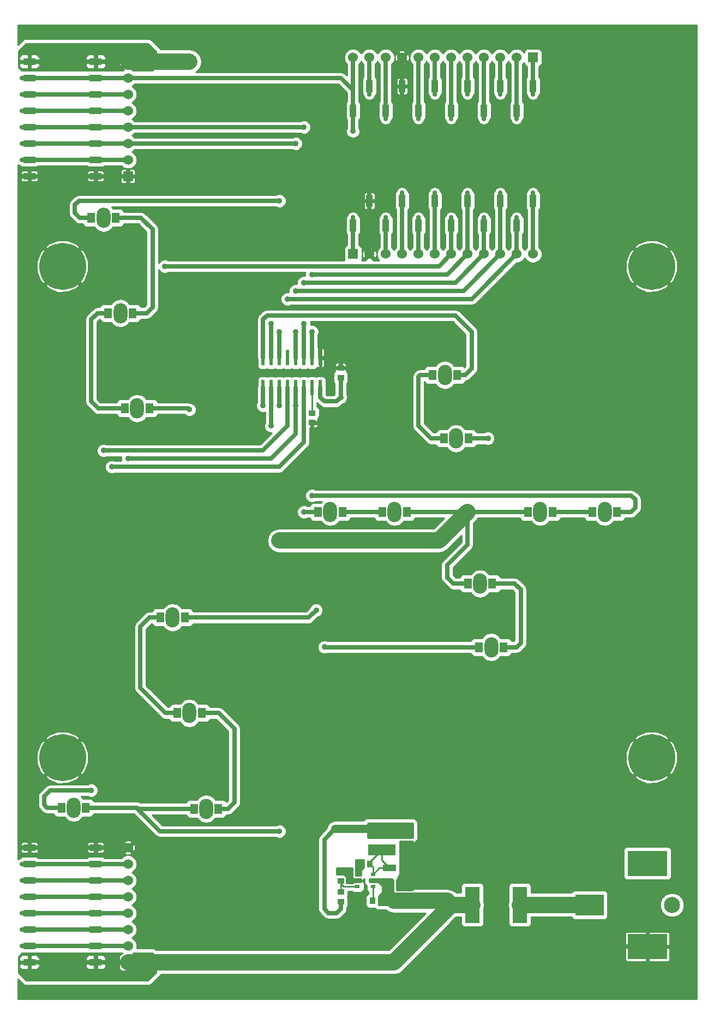
<source format=gtl>
G04 (created by PCBNEW (2013-07-07 BZR 4022)-stable) date 11/4/2014 1:01:41 AM*
%MOIN*%
G04 Gerber Fmt 3.4, Leading zero omitted, Abs format*
%FSLAX34Y34*%
G01*
G70*
G90*
G04 APERTURE LIST*
%ADD10C,0.01*%
%ADD11R,0.04X0.075*%
%ADD12R,0.075X0.04*%
%ADD13R,0.0314961X0.0248031*%
%ADD14R,0.02X0.094*%
%ADD15R,0.06X0.06*%
%ADD16C,0.06*%
%ADD17R,0.0512X0.059*%
%ADD18R,0.059X0.0512*%
%ADD19R,0.0394X0.0354*%
%ADD20R,0.0354X0.0394*%
%ADD21R,0.0905512X0.220472*%
%ADD22R,0.165X0.07*%
%ADD23C,0.287402*%
%ADD24R,0.0787402X0.0433071*%
%ADD25R,0.0314961X0.0314961*%
%ADD26R,0.0511811X0.0629921*%
%ADD27O,0.0847402X0.12411*%
%ADD28R,0.173228X0.129921*%
%ADD29R,0.244094X0.153543*%
%ADD30C,0.0984252*%
%ADD31C,0.035*%
%ADD32C,0.025*%
%ADD33C,0.05*%
%ADD34C,0.1*%
G04 APERTURE END LIST*
G54D10*
G54D11*
X31750Y56000D03*
X30750Y54500D03*
X29750Y56000D03*
X28750Y54500D03*
X27750Y56000D03*
X26750Y54500D03*
X25750Y56000D03*
X24750Y54500D03*
X23750Y56000D03*
X22750Y54500D03*
X21750Y56000D03*
X20750Y54500D03*
X20750Y47500D03*
X21750Y49000D03*
X22750Y47500D03*
X23750Y49000D03*
X24750Y47500D03*
X25750Y49000D03*
X26750Y47500D03*
X27750Y49000D03*
X28750Y47500D03*
X29750Y49000D03*
X30750Y47500D03*
X31750Y49000D03*
G54D12*
X975Y2500D03*
X975Y3500D03*
X975Y4500D03*
X975Y5500D03*
X975Y6500D03*
X975Y7500D03*
X975Y8500D03*
X975Y9500D03*
X5025Y2500D03*
X5025Y3500D03*
X5025Y4500D03*
X5025Y5500D03*
X5025Y6500D03*
X5025Y7500D03*
X5025Y8500D03*
X5025Y9500D03*
X975Y50500D03*
X975Y51500D03*
X975Y52500D03*
X975Y53500D03*
X975Y54500D03*
X975Y55500D03*
X975Y56500D03*
X975Y57500D03*
X5025Y50500D03*
X5025Y51500D03*
X5025Y52500D03*
X5025Y53500D03*
X5025Y54500D03*
X5025Y55500D03*
X5025Y56500D03*
X5025Y57500D03*
G54D13*
X21027Y7874D03*
X21027Y7500D03*
X21027Y7125D03*
X21972Y7125D03*
X21972Y7500D03*
X21972Y7874D03*
G54D14*
X18750Y39415D03*
X18250Y39415D03*
X17750Y39415D03*
X17250Y39415D03*
X16750Y39415D03*
X16250Y39415D03*
X15750Y39415D03*
X15250Y39415D03*
X15250Y37585D03*
X15750Y37585D03*
X16250Y37585D03*
X16750Y37585D03*
X17250Y37585D03*
X17750Y37585D03*
X18250Y37585D03*
X18750Y37585D03*
G54D15*
X7000Y2500D03*
G54D16*
X7000Y3500D03*
X7000Y4500D03*
X7000Y5500D03*
X7000Y6500D03*
X7000Y7500D03*
X7000Y8500D03*
X7000Y9500D03*
G54D15*
X7000Y50500D03*
G54D16*
X7000Y51500D03*
X7000Y52500D03*
X7000Y53500D03*
X7000Y54500D03*
X7000Y55500D03*
X7000Y56500D03*
X7000Y57500D03*
G54D17*
X22875Y7250D03*
X23625Y7250D03*
G54D18*
X24000Y10375D03*
X24000Y9625D03*
G54D19*
X20000Y6204D03*
X20000Y6796D03*
X18250Y36046D03*
X18250Y35454D03*
G54D20*
X21204Y8500D03*
X21796Y8500D03*
X22546Y6250D03*
X21954Y6250D03*
G54D19*
X20000Y7454D03*
X20000Y8046D03*
X20000Y38204D03*
X20000Y38796D03*
G54D21*
X30956Y6000D03*
X28043Y6000D03*
G54D22*
X22500Y9350D03*
X22500Y10650D03*
G54D23*
X39000Y45000D03*
X39000Y15000D03*
X3000Y45000D03*
X3000Y15000D03*
G54D24*
X22994Y8250D03*
G54D25*
X23742Y8250D03*
G54D15*
X31750Y57750D03*
G54D16*
X30750Y57750D03*
X29750Y57750D03*
X28750Y57750D03*
X27750Y57750D03*
X26750Y57750D03*
X25750Y57750D03*
X24750Y57750D03*
X23750Y57750D03*
X22750Y57750D03*
X21750Y57750D03*
X20750Y57750D03*
G54D15*
X20750Y45750D03*
G54D16*
X21750Y45750D03*
X22750Y45750D03*
X23750Y45750D03*
X24750Y45750D03*
X25750Y45750D03*
X26750Y45750D03*
X27750Y45750D03*
X28750Y45750D03*
X29750Y45750D03*
X30750Y45750D03*
X31750Y45750D03*
G54D26*
X8974Y23553D03*
X10470Y23553D03*
G54D27*
X9722Y23553D03*
G54D26*
X11499Y17715D03*
X10003Y17715D03*
G54D27*
X10751Y17715D03*
G54D26*
X11033Y11877D03*
X12529Y11877D03*
G54D27*
X11781Y11877D03*
G54D26*
X25619Y38362D03*
X27115Y38362D03*
G54D27*
X26367Y38362D03*
G54D26*
X27799Y34484D03*
X26303Y34484D03*
G54D27*
X27051Y34484D03*
G54D26*
X31445Y30004D03*
X32941Y30004D03*
G54D27*
X32193Y30004D03*
G54D26*
X29947Y21743D03*
X28451Y21743D03*
G54D27*
X29199Y21743D03*
G54D26*
X35382Y30004D03*
X36878Y30004D03*
G54D27*
X36130Y30004D03*
G54D26*
X6256Y47957D03*
X4760Y47957D03*
G54D27*
X5508Y47957D03*
G54D26*
X27767Y25621D03*
X29263Y25621D03*
G54D27*
X28515Y25621D03*
G54D26*
X5785Y42141D03*
X7282Y42141D03*
G54D27*
X6534Y42141D03*
G54D26*
X8307Y36326D03*
X6811Y36326D03*
G54D27*
X7559Y36326D03*
G54D26*
X20103Y30004D03*
X18606Y30004D03*
G54D27*
X19355Y30004D03*
G54D26*
X24040Y30004D03*
X22543Y30004D03*
G54D27*
X23292Y30004D03*
G54D26*
X4427Y11944D03*
X2931Y11944D03*
G54D27*
X3679Y11944D03*
G54D28*
X35206Y6000D03*
G54D29*
X38750Y3460D03*
X38750Y8539D03*
G54D30*
X40246Y6000D03*
G54D31*
X19650Y10650D03*
X20750Y45750D03*
X17750Y44000D03*
X17750Y53500D03*
X17750Y41500D03*
X17250Y43500D03*
X17250Y52500D03*
X17250Y41000D03*
X18250Y44500D03*
X18250Y41000D03*
X6000Y32750D03*
X9250Y45000D03*
X16750Y43000D03*
X17250Y36500D03*
X7000Y33250D03*
X3000Y46000D03*
X4000Y45000D03*
X3750Y45750D03*
X3000Y44000D03*
X3750Y44250D03*
X2250Y44250D03*
X2000Y45000D03*
X2250Y45750D03*
X2250Y15750D03*
X2000Y15000D03*
X2250Y14250D03*
X3750Y14250D03*
X3000Y14000D03*
X3750Y15750D03*
X4000Y15000D03*
X3000Y16000D03*
X39000Y16000D03*
X40000Y15000D03*
X39750Y15750D03*
X39000Y14000D03*
X39750Y14250D03*
X38250Y14250D03*
X38000Y15000D03*
X38250Y15750D03*
X38250Y45750D03*
X38000Y45000D03*
X38250Y44250D03*
X39750Y44250D03*
X39000Y44000D03*
X39750Y45750D03*
X40000Y45000D03*
X39000Y46000D03*
X18000Y6750D03*
X18000Y6250D03*
X18000Y5750D03*
X18000Y5250D03*
X18000Y4750D03*
X18500Y4750D03*
X19000Y4750D03*
X19500Y4750D03*
X20000Y4750D03*
X20500Y4750D03*
X21000Y4750D03*
X21500Y4750D03*
X22000Y4750D03*
X22500Y4750D03*
X23000Y4750D03*
X23500Y4750D03*
X24000Y4750D03*
X24500Y12750D03*
X24000Y12750D03*
X23500Y12750D03*
X23000Y12750D03*
X22500Y12750D03*
X22000Y12750D03*
X21500Y12750D03*
X21000Y12750D03*
X20500Y12750D03*
X19000Y12750D03*
X18500Y12750D03*
X18000Y12750D03*
X18000Y12250D03*
X18000Y11750D03*
X18000Y11250D03*
X18000Y10750D03*
X18000Y10250D03*
X18000Y9750D03*
X18000Y9250D03*
X18000Y8750D03*
X18000Y8250D03*
X18000Y7750D03*
X18000Y7250D03*
X25500Y7250D03*
X25500Y7750D03*
X25500Y8250D03*
X25500Y8750D03*
X25500Y9250D03*
X25500Y9750D03*
X25500Y10250D03*
X25500Y10750D03*
X25500Y11250D03*
X25500Y11750D03*
X25500Y12250D03*
X25500Y12750D03*
X25000Y12750D03*
X36750Y3250D03*
X36250Y3250D03*
X35750Y3250D03*
X20550Y7500D03*
X20550Y8050D03*
X24000Y8950D03*
X24300Y7250D03*
X24300Y8250D03*
X4750Y13000D03*
X5500Y33750D03*
X16250Y41000D03*
X16250Y49000D03*
X16250Y36500D03*
X18250Y31000D03*
X19000Y21750D03*
X15750Y35250D03*
X17750Y30000D03*
X15250Y36500D03*
X15750Y41500D03*
X18500Y24000D03*
X20000Y37000D03*
X20750Y53250D03*
X27750Y30000D03*
X29000Y34500D03*
X16250Y28250D03*
X10750Y36250D03*
X16250Y10500D03*
X16250Y2500D03*
X10750Y57500D03*
G54D32*
X20750Y47500D02*
X20750Y48000D01*
X20750Y45750D02*
X20750Y47500D01*
G54D33*
X22500Y10650D02*
X19650Y10650D01*
G54D32*
X20000Y6204D02*
X20000Y5750D01*
X19000Y10000D02*
X19650Y10650D01*
X19000Y5750D02*
X19000Y10000D01*
X19250Y5500D02*
X19000Y5750D01*
X19750Y5500D02*
X19250Y5500D01*
X20000Y5750D02*
X19750Y5500D01*
X28750Y45750D02*
X27000Y44000D01*
X27000Y44000D02*
X17750Y44000D01*
X28750Y47500D02*
X28750Y48000D01*
X28750Y47500D02*
X28750Y45750D01*
X7000Y53500D02*
X17750Y53500D01*
X17750Y39415D02*
X17750Y41500D01*
X975Y6500D02*
X500Y6500D01*
X975Y53500D02*
X500Y53500D01*
X5025Y6500D02*
X7000Y6500D01*
X975Y6500D02*
X5025Y6500D01*
X7000Y53500D02*
X5025Y53500D01*
X975Y53500D02*
X5025Y53500D01*
X27500Y43500D02*
X17250Y43500D01*
X29750Y45750D02*
X27500Y43500D01*
X29750Y49000D02*
X29750Y49500D01*
X29750Y49000D02*
X29750Y45750D01*
X7000Y52500D02*
X17250Y52500D01*
X17250Y41000D02*
X17250Y39415D01*
X975Y7500D02*
X500Y7500D01*
X975Y52500D02*
X500Y52500D01*
X5025Y7500D02*
X7000Y7500D01*
X975Y7500D02*
X5025Y7500D01*
X5025Y52500D02*
X975Y52500D01*
X7000Y52500D02*
X5025Y52500D01*
X27750Y45750D02*
X26500Y44500D01*
X26500Y44500D02*
X18250Y44500D01*
X18250Y41000D02*
X18250Y39415D01*
X27750Y49000D02*
X27750Y49500D01*
X27750Y49000D02*
X27750Y45750D01*
X17750Y34250D02*
X17750Y37585D01*
X16250Y32750D02*
X17750Y34250D01*
X6000Y32750D02*
X16250Y32750D01*
X975Y5500D02*
X500Y5500D01*
X5025Y5500D02*
X7000Y5500D01*
X975Y5500D02*
X5025Y5500D01*
X26750Y45750D02*
X26000Y45000D01*
X26000Y45000D02*
X9250Y45000D01*
X26750Y47500D02*
X26750Y48000D01*
X26750Y47500D02*
X26750Y45750D01*
X975Y4500D02*
X500Y4500D01*
X975Y55500D02*
X500Y55500D01*
X975Y55500D02*
X5025Y55500D01*
X5025Y55500D02*
X7000Y55500D01*
X5025Y4500D02*
X7000Y4500D01*
X975Y4500D02*
X5025Y4500D01*
X30750Y45750D02*
X28000Y43000D01*
X28000Y43000D02*
X16750Y43000D01*
X17250Y37585D02*
X17250Y36500D01*
X30750Y47500D02*
X30750Y48000D01*
X30750Y47500D02*
X30750Y45750D01*
X17250Y37585D02*
X17250Y34750D01*
X15750Y33250D02*
X7000Y33250D01*
X17250Y34750D02*
X15750Y33250D01*
X975Y8500D02*
X500Y8500D01*
X975Y51500D02*
X500Y51500D01*
X5025Y8500D02*
X7000Y8500D01*
X975Y8500D02*
X5025Y8500D01*
X975Y51500D02*
X5025Y51500D01*
X5025Y51500D02*
X7000Y51500D01*
G54D33*
X3000Y46000D02*
X3000Y45000D01*
X3000Y45000D02*
X4000Y45000D01*
X3750Y45750D02*
X3000Y45000D01*
X3000Y45000D02*
X3000Y44000D01*
X3750Y44250D02*
X3000Y45000D01*
X2250Y44250D02*
X3000Y45000D01*
X3000Y45000D02*
X2000Y45000D01*
X2250Y45750D02*
X3000Y45000D01*
X2250Y15750D02*
X3000Y15000D01*
X3000Y15000D02*
X2000Y15000D01*
X2250Y14250D02*
X3000Y15000D01*
X3750Y14250D02*
X3000Y15000D01*
X3000Y15000D02*
X3000Y14000D01*
X3750Y15750D02*
X3000Y15000D01*
X3000Y15000D02*
X4000Y15000D01*
X3000Y16000D02*
X3000Y15000D01*
X39000Y16000D02*
X39000Y15000D01*
X39000Y15000D02*
X40000Y15000D01*
X39750Y15750D02*
X39000Y15000D01*
X39000Y15000D02*
X39000Y14000D01*
X39750Y14250D02*
X39000Y15000D01*
X38250Y14250D02*
X39000Y15000D01*
X39000Y15000D02*
X38000Y15000D01*
X38250Y15750D02*
X39000Y15000D01*
X38250Y45750D02*
X39000Y45000D01*
X39000Y45000D02*
X38000Y45000D01*
X38250Y44250D02*
X39000Y45000D01*
X39750Y44250D02*
X39000Y45000D01*
X39000Y45000D02*
X39000Y44000D01*
X39750Y45750D02*
X39000Y45000D01*
X39000Y45000D02*
X40000Y45000D01*
X39000Y46000D02*
X39000Y45000D01*
G54D32*
X25500Y7250D02*
X25500Y12750D01*
X25500Y12750D02*
X18000Y12750D01*
X18000Y12750D02*
X18000Y4750D01*
X18000Y4750D02*
X24000Y4750D01*
X18000Y6750D02*
X18000Y6250D01*
X18000Y5750D02*
X18000Y5250D01*
X18000Y4750D02*
X18500Y4750D01*
X19000Y4750D02*
X19500Y4750D01*
X20000Y4750D02*
X20500Y4750D01*
X21000Y4750D02*
X21500Y4750D01*
X22000Y4750D02*
X22500Y4750D01*
X23000Y4750D02*
X23500Y4750D01*
X24500Y12750D02*
X24000Y12750D01*
X23500Y12750D02*
X23000Y12750D01*
X22500Y12750D02*
X22000Y12750D01*
X21500Y12750D02*
X21000Y12750D01*
X20500Y12750D02*
X19000Y12750D01*
X18500Y12750D02*
X18000Y12750D01*
X18000Y12250D02*
X18000Y11750D01*
X18000Y11250D02*
X18000Y10750D01*
X18000Y10250D02*
X18000Y9750D01*
X18000Y8750D02*
X18000Y8250D01*
X18000Y7750D02*
X18000Y7250D01*
X24300Y7250D02*
X25500Y7250D01*
X25500Y7750D02*
X25500Y8250D01*
X25500Y8750D02*
X25500Y9250D01*
X25500Y9750D02*
X25500Y10250D01*
X25500Y10750D02*
X25500Y11250D01*
X25500Y11750D02*
X25500Y12250D01*
X25500Y12750D02*
X25000Y12750D01*
X36250Y3250D02*
X36750Y3250D01*
X38750Y3460D02*
X36960Y3460D01*
X36960Y3460D02*
X36750Y3250D01*
X36250Y3250D02*
X35750Y3250D01*
X21750Y49000D02*
X21750Y49500D01*
X23750Y56000D02*
X23750Y55500D01*
X23750Y56000D02*
X23750Y57750D01*
X21750Y49000D02*
X21750Y45750D01*
X20000Y38796D02*
X20000Y40250D01*
X18750Y40250D02*
X18750Y39415D01*
X19000Y40500D02*
X18750Y40250D01*
X19750Y40500D02*
X19000Y40500D01*
X20000Y40250D02*
X19750Y40500D01*
X5025Y50500D02*
X7000Y50500D01*
X975Y50500D02*
X5025Y50500D01*
X975Y50500D02*
X500Y50500D01*
X975Y9500D02*
X500Y9500D01*
X21027Y7500D02*
X20550Y7500D01*
X24000Y9625D02*
X24000Y8950D01*
X23742Y8250D02*
X24300Y8250D01*
X24300Y7250D02*
X23625Y7250D01*
X5025Y9500D02*
X7000Y9500D01*
X975Y9500D02*
X5025Y9500D01*
X16750Y37585D02*
X16750Y35250D01*
X2055Y11944D02*
X2931Y11944D01*
X1875Y12125D02*
X2055Y11944D01*
X1875Y12625D02*
X1875Y12125D01*
X2250Y13000D02*
X1875Y12625D01*
X4750Y13000D02*
X2250Y13000D01*
X15250Y33750D02*
X5500Y33750D01*
X16750Y35250D02*
X15250Y33750D01*
X4760Y47957D02*
X4042Y47957D01*
X16250Y41000D02*
X16250Y39415D01*
X4000Y49000D02*
X16250Y49000D01*
X3750Y48750D02*
X4000Y49000D01*
X3750Y48250D02*
X3750Y48750D01*
X4042Y47957D02*
X3750Y48250D01*
G54D10*
X18250Y36046D02*
X18250Y37585D01*
G54D32*
X24750Y47500D02*
X24750Y48000D01*
X24750Y47500D02*
X24750Y45750D01*
X23750Y49000D02*
X23750Y49500D01*
X23750Y49000D02*
X23750Y45750D01*
X22750Y47500D02*
X22750Y48000D01*
X22750Y47500D02*
X22750Y45750D01*
X25750Y49000D02*
X25750Y49500D01*
X25750Y49000D02*
X25750Y45750D01*
X27750Y56000D02*
X27750Y55500D01*
X27750Y56000D02*
X27750Y57750D01*
G54D34*
X35206Y6000D02*
X30956Y6000D01*
G54D32*
X21750Y56000D02*
X21750Y55500D01*
X21750Y56000D02*
X21750Y57750D01*
X22750Y54500D02*
X22750Y54000D01*
X22750Y54500D02*
X22750Y57750D01*
X24750Y54500D02*
X24750Y54000D01*
X24750Y54500D02*
X24750Y57750D01*
X25750Y56000D02*
X25750Y55500D01*
X25750Y56000D02*
X25750Y57750D01*
X26750Y54500D02*
X26750Y54000D01*
X26750Y54500D02*
X26750Y57750D01*
X28750Y54500D02*
X28750Y54000D01*
X28750Y54500D02*
X28750Y57750D01*
X29750Y56000D02*
X29750Y55500D01*
X29750Y56000D02*
X29750Y57750D01*
X30750Y54500D02*
X30750Y54000D01*
X30750Y54500D02*
X30750Y57750D01*
X31750Y56000D02*
X31750Y55500D01*
X31750Y56000D02*
X31750Y57750D01*
X31750Y49000D02*
X31750Y49500D01*
X31750Y49000D02*
X31750Y45750D01*
G54D10*
X21027Y7125D02*
X20174Y7125D01*
X20000Y7300D02*
X20000Y7454D01*
X20174Y7125D02*
X20000Y7300D01*
X20000Y6796D02*
X20000Y7454D01*
G54D32*
X975Y54500D02*
X500Y54500D01*
X7000Y54500D02*
X5025Y54500D01*
X5025Y54500D02*
X975Y54500D01*
G54D10*
X21972Y7874D02*
X21972Y8323D01*
X21972Y8323D02*
X21796Y8500D01*
X22994Y8250D02*
X22348Y8250D01*
X22348Y8250D02*
X21972Y7874D01*
X22500Y9350D02*
X22500Y8744D01*
X22500Y8744D02*
X22994Y8250D01*
X21796Y8500D02*
X21796Y8646D01*
X21796Y8646D02*
X22500Y9350D01*
G54D32*
X21027Y7874D02*
X21027Y8323D01*
X21027Y8323D02*
X21204Y8500D01*
G54D10*
X21972Y7125D02*
X21972Y6268D01*
X21972Y6268D02*
X21954Y6250D01*
G54D32*
X36878Y30004D02*
X37754Y30004D01*
X16250Y36500D02*
X16250Y37585D01*
X37750Y31000D02*
X18250Y31000D01*
X38000Y30750D02*
X37750Y31000D01*
X38000Y30250D02*
X38000Y30750D01*
X37754Y30004D02*
X38000Y30250D01*
X10003Y17715D02*
X9284Y17715D01*
X8303Y23553D02*
X8974Y23553D01*
X7750Y23000D02*
X8303Y23553D01*
X7750Y19250D02*
X7750Y23000D01*
X9284Y17715D02*
X7750Y19250D01*
X12529Y11877D02*
X13127Y11877D01*
X12534Y17715D02*
X11499Y17715D01*
X13500Y16750D02*
X12534Y17715D01*
X13500Y12250D02*
X13500Y16750D01*
X13127Y11877D02*
X13500Y12250D01*
X20103Y30004D02*
X22543Y30004D01*
X32941Y30004D02*
X35382Y30004D01*
X26303Y34484D02*
X25515Y34484D01*
X24862Y38362D02*
X25619Y38362D01*
X24750Y38250D02*
X24862Y38362D01*
X24750Y35250D02*
X24750Y38250D01*
X25000Y35000D02*
X24750Y35250D01*
X25515Y34484D02*
X25000Y35000D01*
X29947Y21743D02*
X30743Y21743D01*
X30628Y25621D02*
X29263Y25621D01*
X31000Y25250D02*
X30628Y25621D01*
X31000Y22000D02*
X31000Y25250D01*
X30743Y21743D02*
X31000Y22000D01*
X7282Y42141D02*
X8141Y42141D01*
X7792Y47957D02*
X6256Y47957D01*
X8500Y47250D02*
X7792Y47957D01*
X8500Y42500D02*
X8500Y47250D01*
X8141Y42141D02*
X8500Y42500D01*
X5785Y42141D02*
X5141Y42141D01*
X5173Y36326D02*
X6811Y36326D01*
X4750Y36750D02*
X5173Y36326D01*
X4750Y41750D02*
X4750Y36750D01*
X5141Y42141D02*
X4750Y41750D01*
X19000Y21750D02*
X19006Y21743D01*
X28451Y21743D02*
X19006Y21743D01*
X15750Y37585D02*
X15750Y35250D01*
X15250Y37585D02*
X15250Y36500D01*
X17754Y30004D02*
X18606Y30004D01*
X17750Y30000D02*
X17754Y30004D01*
X15250Y39415D02*
X15250Y41750D01*
X15250Y41750D02*
X15500Y42000D01*
X15500Y42000D02*
X27000Y42000D01*
X27000Y42000D02*
X28000Y41000D01*
X28000Y41000D02*
X28000Y38750D01*
X28000Y38750D02*
X27612Y38362D01*
X27612Y38362D02*
X27115Y38362D01*
X15750Y41500D02*
X15750Y39415D01*
X18053Y23553D02*
X10470Y23553D01*
X18500Y24000D02*
X18053Y23553D01*
X20750Y54500D02*
X20750Y57750D01*
X20750Y54500D02*
X20750Y53250D01*
X7000Y56500D02*
X20000Y56500D01*
X20750Y55750D02*
X20750Y54500D01*
X20000Y56500D02*
X20750Y55750D01*
X20000Y38204D02*
X20000Y37000D01*
X18750Y37000D02*
X18750Y37585D01*
X20000Y37000D02*
X19750Y36750D01*
X19750Y36750D02*
X19000Y36750D01*
X19000Y36750D02*
X18750Y37000D01*
X975Y3500D02*
X500Y3500D01*
X975Y56500D02*
X500Y56500D01*
X7000Y56500D02*
X5025Y56500D01*
X5025Y56500D02*
X975Y56500D01*
X7000Y3500D02*
X5025Y3500D01*
X5025Y3500D02*
X975Y3500D01*
X27799Y34484D02*
X28984Y34484D01*
X28984Y34484D02*
X29000Y34500D01*
G54D34*
X17000Y28250D02*
X17250Y28250D01*
X16250Y28250D02*
X17250Y28250D01*
X26000Y28250D02*
X17250Y28250D01*
X27750Y30000D02*
X26000Y28250D01*
G54D32*
X27767Y25621D02*
X26878Y25621D01*
X27750Y28000D02*
X27750Y30000D01*
X26500Y26750D02*
X27750Y28000D01*
X26500Y26000D02*
X26500Y26750D01*
X26878Y25621D02*
X26500Y26000D01*
X27750Y30000D02*
X27745Y30004D01*
X27745Y30004D02*
X24040Y30004D01*
X27799Y30049D02*
X27844Y30004D01*
X27844Y30004D02*
X31445Y30004D01*
X27750Y30000D02*
X27799Y30049D01*
X8307Y36326D02*
X10673Y36326D01*
X10673Y36326D02*
X10750Y36250D01*
X7500Y11944D02*
X8944Y10500D01*
X8944Y10500D02*
X16250Y10500D01*
X4427Y11944D02*
X7500Y11944D01*
X7500Y11944D02*
X7555Y11944D01*
X7622Y11877D02*
X11033Y11877D01*
X7555Y11944D02*
X7622Y11877D01*
G54D34*
X7000Y57500D02*
X10750Y57500D01*
X7000Y2500D02*
X16250Y2500D01*
X16250Y2500D02*
X23250Y2500D01*
X23250Y2500D02*
X26750Y6000D01*
G54D33*
X22546Y6250D02*
X23250Y6250D01*
G54D34*
X26500Y6250D02*
X26750Y6000D01*
X26500Y6250D02*
X23250Y6250D01*
X28043Y6000D02*
X26750Y6000D01*
G54D32*
X21972Y7500D02*
X22625Y7500D01*
X22625Y7500D02*
X22875Y7250D01*
X975Y57500D02*
X5025Y57500D01*
X5025Y57500D02*
X7000Y57500D01*
X5025Y2500D02*
X7000Y2500D01*
X975Y2500D02*
X5025Y2500D01*
G54D10*
G36*
X8700Y1870D02*
X8229Y1400D01*
X7550Y1400D01*
X7550Y2150D01*
X7550Y2362D01*
X7487Y2425D01*
X7075Y2425D01*
X7075Y2012D01*
X7137Y1950D01*
X7250Y1949D01*
X7349Y1950D01*
X7441Y1988D01*
X7512Y2058D01*
X7550Y2150D01*
X7550Y1400D01*
X6925Y1400D01*
X6925Y2012D01*
X6925Y2425D01*
X6512Y2425D01*
X6450Y2362D01*
X6449Y2150D01*
X6487Y2058D01*
X6558Y1988D01*
X6650Y1950D01*
X6749Y1949D01*
X6862Y1950D01*
X6925Y2012D01*
X6925Y1400D01*
X5650Y1400D01*
X5650Y2250D01*
X5650Y2749D01*
X5612Y2841D01*
X5541Y2911D01*
X5449Y2949D01*
X5350Y2950D01*
X5162Y2950D01*
X5100Y2887D01*
X5100Y2575D01*
X5587Y2575D01*
X5650Y2637D01*
X5650Y2749D01*
X5650Y2250D01*
X5650Y2362D01*
X5587Y2425D01*
X5100Y2425D01*
X5100Y2112D01*
X5162Y2050D01*
X5350Y2049D01*
X5449Y2050D01*
X5541Y2088D01*
X5612Y2158D01*
X5650Y2250D01*
X5650Y1400D01*
X4950Y1400D01*
X4950Y2112D01*
X4950Y2425D01*
X4950Y2575D01*
X4950Y2887D01*
X4887Y2950D01*
X4699Y2950D01*
X4600Y2949D01*
X4508Y2911D01*
X4437Y2841D01*
X4399Y2749D01*
X4400Y2637D01*
X4462Y2575D01*
X4950Y2575D01*
X4950Y2425D01*
X4462Y2425D01*
X4400Y2362D01*
X4399Y2250D01*
X4437Y2158D01*
X4508Y2088D01*
X4600Y2050D01*
X4699Y2049D01*
X4887Y2050D01*
X4950Y2112D01*
X4950Y1400D01*
X1600Y1400D01*
X1600Y2250D01*
X1600Y2749D01*
X1562Y2841D01*
X1491Y2911D01*
X1399Y2949D01*
X1300Y2950D01*
X1112Y2950D01*
X1050Y2887D01*
X1050Y2575D01*
X1537Y2575D01*
X1600Y2637D01*
X1600Y2749D01*
X1600Y2250D01*
X1600Y2362D01*
X1537Y2425D01*
X1050Y2425D01*
X1050Y2112D01*
X1112Y2050D01*
X1300Y2049D01*
X1399Y2050D01*
X1491Y2088D01*
X1562Y2158D01*
X1600Y2250D01*
X1600Y1400D01*
X900Y1400D01*
X900Y2112D01*
X900Y2425D01*
X900Y2575D01*
X900Y2887D01*
X837Y2950D01*
X649Y2950D01*
X550Y2949D01*
X458Y2911D01*
X387Y2841D01*
X349Y2749D01*
X350Y2637D01*
X412Y2575D01*
X900Y2575D01*
X900Y2425D01*
X412Y2425D01*
X350Y2362D01*
X349Y2250D01*
X387Y2158D01*
X458Y2088D01*
X550Y2050D01*
X649Y2049D01*
X837Y2050D01*
X900Y2112D01*
X900Y1400D01*
X770Y1400D01*
X300Y1870D01*
X300Y2829D01*
X520Y3050D01*
X600Y3050D01*
X649Y3049D01*
X1399Y3049D01*
X1399Y3050D01*
X4650Y3050D01*
X4699Y3049D01*
X5449Y3049D01*
X5449Y3050D01*
X6672Y3050D01*
X6672Y3049D01*
X6650Y3049D01*
X6558Y3011D01*
X6487Y2941D01*
X6449Y2849D01*
X6450Y2637D01*
X6512Y2575D01*
X6925Y2575D01*
X6925Y2582D01*
X7075Y2582D01*
X7075Y2575D01*
X7487Y2575D01*
X7550Y2637D01*
X7550Y2849D01*
X7512Y2941D01*
X7441Y3011D01*
X7349Y3049D01*
X7327Y3049D01*
X7327Y3050D01*
X8479Y3050D01*
X8700Y2829D01*
X8700Y1870D01*
X8700Y1870D01*
G37*
X8700Y1870D02*
X8229Y1400D01*
X7550Y1400D01*
X7550Y2150D01*
X7550Y2362D01*
X7487Y2425D01*
X7075Y2425D01*
X7075Y2012D01*
X7137Y1950D01*
X7250Y1949D01*
X7349Y1950D01*
X7441Y1988D01*
X7512Y2058D01*
X7550Y2150D01*
X7550Y1400D01*
X6925Y1400D01*
X6925Y2012D01*
X6925Y2425D01*
X6512Y2425D01*
X6450Y2362D01*
X6449Y2150D01*
X6487Y2058D01*
X6558Y1988D01*
X6650Y1950D01*
X6749Y1949D01*
X6862Y1950D01*
X6925Y2012D01*
X6925Y1400D01*
X5650Y1400D01*
X5650Y2250D01*
X5650Y2749D01*
X5612Y2841D01*
X5541Y2911D01*
X5449Y2949D01*
X5350Y2950D01*
X5162Y2950D01*
X5100Y2887D01*
X5100Y2575D01*
X5587Y2575D01*
X5650Y2637D01*
X5650Y2749D01*
X5650Y2250D01*
X5650Y2362D01*
X5587Y2425D01*
X5100Y2425D01*
X5100Y2112D01*
X5162Y2050D01*
X5350Y2049D01*
X5449Y2050D01*
X5541Y2088D01*
X5612Y2158D01*
X5650Y2250D01*
X5650Y1400D01*
X4950Y1400D01*
X4950Y2112D01*
X4950Y2425D01*
X4950Y2575D01*
X4950Y2887D01*
X4887Y2950D01*
X4699Y2950D01*
X4600Y2949D01*
X4508Y2911D01*
X4437Y2841D01*
X4399Y2749D01*
X4400Y2637D01*
X4462Y2575D01*
X4950Y2575D01*
X4950Y2425D01*
X4462Y2425D01*
X4400Y2362D01*
X4399Y2250D01*
X4437Y2158D01*
X4508Y2088D01*
X4600Y2050D01*
X4699Y2049D01*
X4887Y2050D01*
X4950Y2112D01*
X4950Y1400D01*
X1600Y1400D01*
X1600Y2250D01*
X1600Y2749D01*
X1562Y2841D01*
X1491Y2911D01*
X1399Y2949D01*
X1300Y2950D01*
X1112Y2950D01*
X1050Y2887D01*
X1050Y2575D01*
X1537Y2575D01*
X1600Y2637D01*
X1600Y2749D01*
X1600Y2250D01*
X1600Y2362D01*
X1537Y2425D01*
X1050Y2425D01*
X1050Y2112D01*
X1112Y2050D01*
X1300Y2049D01*
X1399Y2050D01*
X1491Y2088D01*
X1562Y2158D01*
X1600Y2250D01*
X1600Y1400D01*
X900Y1400D01*
X900Y2112D01*
X900Y2425D01*
X900Y2575D01*
X900Y2887D01*
X837Y2950D01*
X649Y2950D01*
X550Y2949D01*
X458Y2911D01*
X387Y2841D01*
X349Y2749D01*
X350Y2637D01*
X412Y2575D01*
X900Y2575D01*
X900Y2425D01*
X412Y2425D01*
X350Y2362D01*
X349Y2250D01*
X387Y2158D01*
X458Y2088D01*
X550Y2050D01*
X649Y2049D01*
X837Y2050D01*
X900Y2112D01*
X900Y1400D01*
X770Y1400D01*
X300Y1870D01*
X300Y2829D01*
X520Y3050D01*
X600Y3050D01*
X649Y3049D01*
X1399Y3049D01*
X1399Y3050D01*
X4650Y3050D01*
X4699Y3049D01*
X5449Y3049D01*
X5449Y3050D01*
X6672Y3050D01*
X6672Y3049D01*
X6650Y3049D01*
X6558Y3011D01*
X6487Y2941D01*
X6449Y2849D01*
X6450Y2637D01*
X6512Y2575D01*
X6925Y2575D01*
X6925Y2582D01*
X7075Y2582D01*
X7075Y2575D01*
X7487Y2575D01*
X7550Y2637D01*
X7550Y2849D01*
X7512Y2941D01*
X7441Y3011D01*
X7349Y3049D01*
X7327Y3049D01*
X7327Y3050D01*
X8479Y3050D01*
X8700Y2829D01*
X8700Y1870D01*
G36*
X8700Y57170D02*
X8479Y56950D01*
X7557Y56950D01*
X7557Y57443D01*
X7537Y57661D01*
X7493Y57765D01*
X7401Y57795D01*
X7295Y57689D01*
X7295Y57901D01*
X7265Y57993D01*
X7056Y58057D01*
X6838Y58037D01*
X6734Y57993D01*
X6704Y57901D01*
X7000Y57606D01*
X7295Y57901D01*
X7295Y57689D01*
X7106Y57500D01*
X7401Y57204D01*
X7493Y57234D01*
X7557Y57443D01*
X7557Y56950D01*
X7327Y56950D01*
X7311Y56965D01*
X7240Y56995D01*
X7265Y57006D01*
X7295Y57098D01*
X7000Y57393D01*
X6893Y57287D01*
X6893Y57500D01*
X6598Y57795D01*
X6506Y57765D01*
X6442Y57556D01*
X6462Y57338D01*
X6506Y57234D01*
X6598Y57204D01*
X6893Y57500D01*
X6893Y57287D01*
X6704Y57098D01*
X6734Y57006D01*
X6763Y56997D01*
X6688Y56966D01*
X6672Y56950D01*
X5650Y56950D01*
X5650Y57250D01*
X5650Y57749D01*
X5612Y57841D01*
X5541Y57911D01*
X5449Y57949D01*
X5350Y57950D01*
X5162Y57950D01*
X5100Y57887D01*
X5100Y57575D01*
X5587Y57575D01*
X5650Y57637D01*
X5650Y57749D01*
X5650Y57250D01*
X5650Y57362D01*
X5587Y57425D01*
X5100Y57425D01*
X5100Y57112D01*
X5162Y57050D01*
X5350Y57049D01*
X5449Y57050D01*
X5541Y57088D01*
X5612Y57158D01*
X5650Y57250D01*
X5650Y56950D01*
X5399Y56950D01*
X5350Y56950D01*
X4950Y56950D01*
X4950Y57112D01*
X4950Y57425D01*
X4950Y57575D01*
X4950Y57887D01*
X4887Y57950D01*
X4699Y57950D01*
X4600Y57949D01*
X4508Y57911D01*
X4437Y57841D01*
X4399Y57749D01*
X4400Y57637D01*
X4462Y57575D01*
X4950Y57575D01*
X4950Y57425D01*
X4462Y57425D01*
X4400Y57362D01*
X4399Y57250D01*
X4437Y57158D01*
X4508Y57088D01*
X4600Y57050D01*
X4699Y57049D01*
X4887Y57050D01*
X4950Y57112D01*
X4950Y56950D01*
X4600Y56950D01*
X4600Y56950D01*
X1600Y56950D01*
X1600Y57250D01*
X1600Y57749D01*
X1562Y57841D01*
X1491Y57911D01*
X1399Y57949D01*
X1300Y57950D01*
X1112Y57950D01*
X1050Y57887D01*
X1050Y57575D01*
X1537Y57575D01*
X1600Y57637D01*
X1600Y57749D01*
X1600Y57250D01*
X1600Y57362D01*
X1537Y57425D01*
X1050Y57425D01*
X1050Y57112D01*
X1112Y57050D01*
X1300Y57049D01*
X1399Y57050D01*
X1491Y57088D01*
X1562Y57158D01*
X1600Y57250D01*
X1600Y56950D01*
X1349Y56950D01*
X1300Y56950D01*
X900Y56950D01*
X900Y57112D01*
X900Y57425D01*
X900Y57575D01*
X900Y57887D01*
X837Y57950D01*
X649Y57950D01*
X550Y57949D01*
X458Y57911D01*
X387Y57841D01*
X349Y57749D01*
X350Y57637D01*
X412Y57575D01*
X900Y57575D01*
X900Y57425D01*
X412Y57425D01*
X350Y57362D01*
X349Y57250D01*
X387Y57158D01*
X458Y57088D01*
X550Y57050D01*
X649Y57049D01*
X837Y57050D01*
X900Y57112D01*
X900Y56950D01*
X550Y56950D01*
X550Y56950D01*
X520Y56950D01*
X300Y57170D01*
X300Y58129D01*
X770Y58600D01*
X8229Y58600D01*
X8700Y58129D01*
X8700Y57170D01*
X8700Y57170D01*
G37*
X8700Y57170D02*
X8479Y56950D01*
X7557Y56950D01*
X7557Y57443D01*
X7537Y57661D01*
X7493Y57765D01*
X7401Y57795D01*
X7295Y57689D01*
X7295Y57901D01*
X7265Y57993D01*
X7056Y58057D01*
X6838Y58037D01*
X6734Y57993D01*
X6704Y57901D01*
X7000Y57606D01*
X7295Y57901D01*
X7295Y57689D01*
X7106Y57500D01*
X7401Y57204D01*
X7493Y57234D01*
X7557Y57443D01*
X7557Y56950D01*
X7327Y56950D01*
X7311Y56965D01*
X7240Y56995D01*
X7265Y57006D01*
X7295Y57098D01*
X7000Y57393D01*
X6893Y57287D01*
X6893Y57500D01*
X6598Y57795D01*
X6506Y57765D01*
X6442Y57556D01*
X6462Y57338D01*
X6506Y57234D01*
X6598Y57204D01*
X6893Y57500D01*
X6893Y57287D01*
X6704Y57098D01*
X6734Y57006D01*
X6763Y56997D01*
X6688Y56966D01*
X6672Y56950D01*
X5650Y56950D01*
X5650Y57250D01*
X5650Y57749D01*
X5612Y57841D01*
X5541Y57911D01*
X5449Y57949D01*
X5350Y57950D01*
X5162Y57950D01*
X5100Y57887D01*
X5100Y57575D01*
X5587Y57575D01*
X5650Y57637D01*
X5650Y57749D01*
X5650Y57250D01*
X5650Y57362D01*
X5587Y57425D01*
X5100Y57425D01*
X5100Y57112D01*
X5162Y57050D01*
X5350Y57049D01*
X5449Y57050D01*
X5541Y57088D01*
X5612Y57158D01*
X5650Y57250D01*
X5650Y56950D01*
X5399Y56950D01*
X5350Y56950D01*
X4950Y56950D01*
X4950Y57112D01*
X4950Y57425D01*
X4950Y57575D01*
X4950Y57887D01*
X4887Y57950D01*
X4699Y57950D01*
X4600Y57949D01*
X4508Y57911D01*
X4437Y57841D01*
X4399Y57749D01*
X4400Y57637D01*
X4462Y57575D01*
X4950Y57575D01*
X4950Y57425D01*
X4462Y57425D01*
X4400Y57362D01*
X4399Y57250D01*
X4437Y57158D01*
X4508Y57088D01*
X4600Y57050D01*
X4699Y57049D01*
X4887Y57050D01*
X4950Y57112D01*
X4950Y56950D01*
X4600Y56950D01*
X4600Y56950D01*
X1600Y56950D01*
X1600Y57250D01*
X1600Y57749D01*
X1562Y57841D01*
X1491Y57911D01*
X1399Y57949D01*
X1300Y57950D01*
X1112Y57950D01*
X1050Y57887D01*
X1050Y57575D01*
X1537Y57575D01*
X1600Y57637D01*
X1600Y57749D01*
X1600Y57250D01*
X1600Y57362D01*
X1537Y57425D01*
X1050Y57425D01*
X1050Y57112D01*
X1112Y57050D01*
X1300Y57049D01*
X1399Y57050D01*
X1491Y57088D01*
X1562Y57158D01*
X1600Y57250D01*
X1600Y56950D01*
X1349Y56950D01*
X1300Y56950D01*
X900Y56950D01*
X900Y57112D01*
X900Y57425D01*
X900Y57575D01*
X900Y57887D01*
X837Y57950D01*
X649Y57950D01*
X550Y57949D01*
X458Y57911D01*
X387Y57841D01*
X349Y57749D01*
X350Y57637D01*
X412Y57575D01*
X900Y57575D01*
X900Y57425D01*
X412Y57425D01*
X350Y57362D01*
X349Y57250D01*
X387Y57158D01*
X458Y57088D01*
X550Y57050D01*
X649Y57049D01*
X837Y57050D01*
X900Y57112D01*
X900Y56950D01*
X550Y56950D01*
X550Y56950D01*
X520Y56950D01*
X300Y57170D01*
X300Y58129D01*
X770Y58600D01*
X8229Y58600D01*
X8700Y58129D01*
X8700Y57170D01*
G36*
X23200Y6070D02*
X23129Y6000D01*
X22320Y6000D01*
X22300Y6020D01*
X22300Y6529D01*
X22550Y6779D01*
X22550Y7170D01*
X22320Y7400D01*
X22130Y7400D01*
X22100Y7400D01*
X21785Y7400D01*
X21785Y7400D01*
X21770Y7400D01*
X21750Y7420D01*
X21750Y7579D01*
X21770Y7600D01*
X21814Y7600D01*
X21844Y7599D01*
X22159Y7599D01*
X22159Y7600D01*
X23129Y7600D01*
X23200Y7529D01*
X23200Y7438D01*
X23200Y6950D01*
X23200Y6895D01*
X23200Y6070D01*
X23200Y6070D01*
G37*
X23200Y6070D02*
X23129Y6000D01*
X22320Y6000D01*
X22300Y6020D01*
X22300Y6529D01*
X22550Y6779D01*
X22550Y7170D01*
X22320Y7400D01*
X22130Y7400D01*
X22100Y7400D01*
X21785Y7400D01*
X21785Y7400D01*
X21770Y7400D01*
X21750Y7420D01*
X21750Y7579D01*
X21770Y7600D01*
X21814Y7600D01*
X21844Y7599D01*
X22159Y7599D01*
X22159Y7600D01*
X23129Y7600D01*
X23200Y7529D01*
X23200Y7438D01*
X23200Y6950D01*
X23200Y6895D01*
X23200Y6070D01*
G36*
X21400Y8270D02*
X21250Y8120D01*
X21250Y7820D01*
X21229Y7800D01*
X20920Y7800D01*
X20900Y7820D01*
X20900Y8312D01*
X20900Y8729D01*
X20920Y8750D01*
X21379Y8750D01*
X21400Y8729D01*
X21400Y8270D01*
X21400Y8270D01*
G37*
X21400Y8270D02*
X21250Y8120D01*
X21250Y7820D01*
X21229Y7800D01*
X20920Y7800D01*
X20900Y7820D01*
X20900Y8312D01*
X20900Y8729D01*
X20920Y8750D01*
X21379Y8750D01*
X21400Y8729D01*
X21400Y8270D01*
G36*
X24400Y10120D02*
X24379Y10100D01*
X23605Y10100D01*
X21670Y10100D01*
X21650Y10120D01*
X21650Y10979D01*
X21670Y11000D01*
X24379Y11000D01*
X24400Y10979D01*
X24400Y10120D01*
X24400Y10120D01*
G37*
X24400Y10120D02*
X24379Y10100D01*
X23605Y10100D01*
X21670Y10100D01*
X21650Y10120D01*
X21650Y10979D01*
X21670Y11000D01*
X24379Y11000D01*
X24400Y10979D01*
X24400Y10120D01*
G36*
X24400Y6945D02*
X24386Y6913D01*
X24354Y6900D01*
X23445Y6900D01*
X23408Y6915D01*
X23400Y6934D01*
X23400Y6950D01*
X23400Y7398D01*
X23492Y7621D01*
X23492Y7621D01*
X23600Y7881D01*
X23600Y9854D01*
X23613Y9886D01*
X23645Y9900D01*
X24354Y9900D01*
X24386Y9886D01*
X24400Y9854D01*
X24400Y6945D01*
X24400Y6945D01*
G37*
X24400Y6945D02*
X24386Y6913D01*
X24354Y6900D01*
X23445Y6900D01*
X23408Y6915D01*
X23400Y6934D01*
X23400Y6950D01*
X23400Y7398D01*
X23492Y7621D01*
X23492Y7621D01*
X23600Y7881D01*
X23600Y9854D01*
X23613Y9886D01*
X23645Y9900D01*
X24354Y9900D01*
X24386Y9886D01*
X24400Y9854D01*
X24400Y6945D01*
G36*
X21250Y7420D02*
X21229Y7400D01*
X21185Y7400D01*
X21155Y7400D01*
X20840Y7400D01*
X20840Y7400D01*
X20779Y7400D01*
X20705Y7325D01*
X20394Y7325D01*
X20350Y7370D01*
X20350Y7720D01*
X20220Y7850D01*
X19770Y7850D01*
X19750Y7870D01*
X19750Y8229D01*
X19770Y8250D01*
X20679Y8250D01*
X20700Y8229D01*
X20700Y7679D01*
X20779Y7600D01*
X20869Y7600D01*
X20899Y7599D01*
X21022Y7599D01*
X21027Y7599D01*
X21032Y7599D01*
X21214Y7599D01*
X21214Y7600D01*
X21229Y7600D01*
X21250Y7579D01*
X21250Y7420D01*
X21250Y7420D01*
G37*
X21250Y7420D02*
X21229Y7400D01*
X21185Y7400D01*
X21155Y7400D01*
X20840Y7400D01*
X20840Y7400D01*
X20779Y7400D01*
X20705Y7325D01*
X20394Y7325D01*
X20350Y7370D01*
X20350Y7720D01*
X20220Y7850D01*
X19770Y7850D01*
X19750Y7870D01*
X19750Y8229D01*
X19770Y8250D01*
X20679Y8250D01*
X20700Y8229D01*
X20700Y7679D01*
X20779Y7600D01*
X20869Y7600D01*
X20899Y7599D01*
X21022Y7599D01*
X21027Y7599D01*
X21032Y7599D01*
X21214Y7599D01*
X21214Y7600D01*
X21229Y7600D01*
X21250Y7579D01*
X21250Y7420D01*
G36*
X41730Y269D02*
X40988Y269D01*
X40988Y6146D01*
X40875Y6419D01*
X40666Y6628D01*
X40589Y6661D01*
X40589Y14695D01*
X40589Y44695D01*
X40584Y45326D01*
X40351Y45889D01*
X40169Y46063D01*
X40063Y45957D01*
X40063Y46169D01*
X39889Y46351D01*
X39304Y46589D01*
X38673Y46584D01*
X38110Y46351D01*
X37936Y46169D01*
X39000Y45106D01*
X40063Y46169D01*
X40063Y45957D01*
X39106Y45000D01*
X40169Y43936D01*
X40351Y44110D01*
X40589Y44695D01*
X40589Y14695D01*
X40584Y15326D01*
X40351Y15889D01*
X40169Y16063D01*
X40063Y15957D01*
X40063Y16169D01*
X40063Y43830D01*
X39000Y44893D01*
X38893Y44787D01*
X38893Y45000D01*
X37830Y46063D01*
X37648Y45889D01*
X37410Y45304D01*
X37415Y44673D01*
X37648Y44110D01*
X37830Y43936D01*
X38893Y45000D01*
X38893Y44787D01*
X37936Y43830D01*
X38110Y43648D01*
X38695Y43410D01*
X39326Y43415D01*
X39889Y43648D01*
X40063Y43830D01*
X40063Y16169D01*
X39889Y16351D01*
X39304Y16589D01*
X38673Y16584D01*
X38375Y16461D01*
X38375Y30250D01*
X38375Y30750D01*
X38346Y30893D01*
X38265Y31015D01*
X38265Y31015D01*
X38015Y31265D01*
X37893Y31346D01*
X37750Y31375D01*
X32300Y31375D01*
X32300Y45858D01*
X32300Y45859D01*
X32300Y57499D01*
X32300Y58099D01*
X32262Y58191D01*
X32191Y58261D01*
X32099Y58299D01*
X32000Y58300D01*
X31400Y58300D01*
X31308Y58262D01*
X31238Y58191D01*
X31200Y58099D01*
X31200Y58077D01*
X31061Y58215D01*
X30859Y58299D01*
X30641Y58300D01*
X30438Y58216D01*
X30284Y58061D01*
X30250Y57980D01*
X30216Y58061D01*
X30061Y58215D01*
X29859Y58299D01*
X29641Y58300D01*
X29438Y58216D01*
X29284Y58061D01*
X29250Y57980D01*
X29216Y58061D01*
X29061Y58215D01*
X28859Y58299D01*
X28641Y58300D01*
X28438Y58216D01*
X28284Y58061D01*
X28250Y57980D01*
X28216Y58061D01*
X28061Y58215D01*
X27859Y58299D01*
X27641Y58300D01*
X27438Y58216D01*
X27284Y58061D01*
X27250Y57980D01*
X27216Y58061D01*
X27061Y58215D01*
X26859Y58299D01*
X26641Y58300D01*
X26438Y58216D01*
X26284Y58061D01*
X26250Y57980D01*
X26216Y58061D01*
X26061Y58215D01*
X25859Y58299D01*
X25641Y58300D01*
X25438Y58216D01*
X25284Y58061D01*
X25250Y57980D01*
X25216Y58061D01*
X25061Y58215D01*
X24859Y58299D01*
X24641Y58300D01*
X24438Y58216D01*
X24284Y58061D01*
X24200Y57859D01*
X24200Y57777D01*
X24185Y57894D01*
X24160Y57955D01*
X24096Y57990D01*
X23990Y57884D01*
X23990Y58096D01*
X23955Y58160D01*
X23782Y58207D01*
X23605Y58185D01*
X23544Y58160D01*
X23509Y58096D01*
X23750Y57856D01*
X23990Y58096D01*
X23990Y57884D01*
X23856Y57750D01*
X24096Y57509D01*
X24160Y57544D01*
X24199Y57689D01*
X24199Y57641D01*
X24283Y57438D01*
X24375Y57347D01*
X24375Y55053D01*
X24338Y55016D01*
X24300Y54924D01*
X24299Y54825D01*
X24299Y54075D01*
X24337Y53983D01*
X24388Y53933D01*
X24403Y53856D01*
X24484Y53734D01*
X24606Y53653D01*
X24750Y53625D01*
X24893Y53653D01*
X25015Y53734D01*
X25096Y53856D01*
X25111Y53933D01*
X25161Y53983D01*
X25199Y54075D01*
X25200Y54174D01*
X25200Y54924D01*
X25162Y55016D01*
X25125Y55053D01*
X25125Y57347D01*
X25215Y57438D01*
X25249Y57519D01*
X25283Y57438D01*
X25375Y57347D01*
X25375Y56553D01*
X25338Y56516D01*
X25300Y56424D01*
X25299Y56325D01*
X25299Y55575D01*
X25337Y55483D01*
X25388Y55433D01*
X25403Y55356D01*
X25484Y55234D01*
X25606Y55153D01*
X25750Y55125D01*
X25893Y55153D01*
X26015Y55234D01*
X26096Y55356D01*
X26111Y55433D01*
X26161Y55483D01*
X26199Y55575D01*
X26200Y55674D01*
X26200Y56424D01*
X26162Y56516D01*
X26125Y56553D01*
X26125Y57347D01*
X26215Y57438D01*
X26249Y57519D01*
X26283Y57438D01*
X26375Y57347D01*
X26375Y55053D01*
X26338Y55016D01*
X26300Y54924D01*
X26299Y54825D01*
X26299Y54075D01*
X26337Y53983D01*
X26388Y53933D01*
X26403Y53856D01*
X26484Y53734D01*
X26606Y53653D01*
X26750Y53625D01*
X26893Y53653D01*
X27015Y53734D01*
X27096Y53856D01*
X27111Y53933D01*
X27161Y53983D01*
X27199Y54075D01*
X27200Y54174D01*
X27200Y54924D01*
X27162Y55016D01*
X27125Y55053D01*
X27125Y57347D01*
X27215Y57438D01*
X27249Y57519D01*
X27283Y57438D01*
X27375Y57347D01*
X27375Y56553D01*
X27338Y56516D01*
X27300Y56424D01*
X27299Y56325D01*
X27299Y55575D01*
X27337Y55483D01*
X27388Y55433D01*
X27403Y55356D01*
X27484Y55234D01*
X27606Y55153D01*
X27750Y55125D01*
X27893Y55153D01*
X28015Y55234D01*
X28096Y55356D01*
X28111Y55433D01*
X28161Y55483D01*
X28199Y55575D01*
X28200Y55674D01*
X28200Y56424D01*
X28162Y56516D01*
X28125Y56553D01*
X28125Y57347D01*
X28215Y57438D01*
X28249Y57519D01*
X28283Y57438D01*
X28375Y57347D01*
X28375Y55053D01*
X28338Y55016D01*
X28300Y54924D01*
X28299Y54825D01*
X28299Y54075D01*
X28337Y53983D01*
X28388Y53933D01*
X28403Y53856D01*
X28484Y53734D01*
X28606Y53653D01*
X28750Y53625D01*
X28893Y53653D01*
X29015Y53734D01*
X29096Y53856D01*
X29111Y53933D01*
X29161Y53983D01*
X29199Y54075D01*
X29200Y54174D01*
X29200Y54924D01*
X29162Y55016D01*
X29125Y55053D01*
X29125Y57347D01*
X29215Y57438D01*
X29249Y57519D01*
X29283Y57438D01*
X29375Y57347D01*
X29375Y56553D01*
X29338Y56516D01*
X29300Y56424D01*
X29299Y56325D01*
X29299Y55575D01*
X29337Y55483D01*
X29388Y55433D01*
X29403Y55356D01*
X29484Y55234D01*
X29606Y55153D01*
X29750Y55125D01*
X29893Y55153D01*
X30015Y55234D01*
X30096Y55356D01*
X30111Y55433D01*
X30161Y55483D01*
X30199Y55575D01*
X30200Y55674D01*
X30200Y56424D01*
X30162Y56516D01*
X30125Y56553D01*
X30125Y57347D01*
X30215Y57438D01*
X30249Y57519D01*
X30283Y57438D01*
X30375Y57347D01*
X30375Y55053D01*
X30338Y55016D01*
X30300Y54924D01*
X30299Y54825D01*
X30299Y54075D01*
X30337Y53983D01*
X30388Y53933D01*
X30403Y53856D01*
X30484Y53734D01*
X30606Y53653D01*
X30750Y53625D01*
X30893Y53653D01*
X31015Y53734D01*
X31096Y53856D01*
X31111Y53933D01*
X31161Y53983D01*
X31199Y54075D01*
X31200Y54174D01*
X31200Y54924D01*
X31162Y55016D01*
X31125Y55053D01*
X31125Y57347D01*
X31199Y57422D01*
X31199Y57400D01*
X31237Y57308D01*
X31308Y57238D01*
X31375Y57210D01*
X31375Y56553D01*
X31338Y56516D01*
X31300Y56424D01*
X31299Y56325D01*
X31299Y55575D01*
X31337Y55483D01*
X31388Y55433D01*
X31403Y55356D01*
X31484Y55234D01*
X31606Y55153D01*
X31750Y55125D01*
X31893Y55153D01*
X32015Y55234D01*
X32096Y55356D01*
X32111Y55433D01*
X32161Y55483D01*
X32199Y55575D01*
X32200Y55674D01*
X32200Y56424D01*
X32162Y56516D01*
X32125Y56553D01*
X32125Y57210D01*
X32191Y57237D01*
X32261Y57308D01*
X32299Y57400D01*
X32300Y57499D01*
X32300Y45859D01*
X32216Y46061D01*
X32125Y46152D01*
X32125Y48446D01*
X32161Y48483D01*
X32199Y48575D01*
X32200Y48674D01*
X32200Y49424D01*
X32162Y49516D01*
X32111Y49566D01*
X32096Y49643D01*
X32015Y49765D01*
X31893Y49846D01*
X31750Y49875D01*
X31606Y49846D01*
X31484Y49765D01*
X31403Y49643D01*
X31388Y49566D01*
X31338Y49516D01*
X31300Y49424D01*
X31299Y49325D01*
X31299Y48575D01*
X31337Y48483D01*
X31375Y48446D01*
X31375Y46152D01*
X31284Y46061D01*
X31250Y45980D01*
X31216Y46061D01*
X31125Y46152D01*
X31125Y46946D01*
X31161Y46983D01*
X31199Y47075D01*
X31200Y47174D01*
X31200Y47924D01*
X31162Y48016D01*
X31111Y48066D01*
X31096Y48143D01*
X31015Y48265D01*
X30893Y48346D01*
X30750Y48375D01*
X30606Y48346D01*
X30484Y48265D01*
X30403Y48143D01*
X30388Y48066D01*
X30338Y48016D01*
X30300Y47924D01*
X30299Y47825D01*
X30299Y47075D01*
X30337Y46983D01*
X30375Y46946D01*
X30375Y46152D01*
X30284Y46061D01*
X30250Y45980D01*
X30216Y46061D01*
X30125Y46152D01*
X30125Y48446D01*
X30161Y48483D01*
X30199Y48575D01*
X30200Y48674D01*
X30200Y49424D01*
X30162Y49516D01*
X30111Y49566D01*
X30096Y49643D01*
X30015Y49765D01*
X29893Y49846D01*
X29750Y49875D01*
X29606Y49846D01*
X29484Y49765D01*
X29403Y49643D01*
X29388Y49566D01*
X29338Y49516D01*
X29300Y49424D01*
X29299Y49325D01*
X29299Y48575D01*
X29337Y48483D01*
X29375Y48446D01*
X29375Y46152D01*
X29284Y46061D01*
X29250Y45980D01*
X29216Y46061D01*
X29125Y46152D01*
X29125Y46946D01*
X29161Y46983D01*
X29199Y47075D01*
X29200Y47174D01*
X29200Y47924D01*
X29162Y48016D01*
X29111Y48066D01*
X29096Y48143D01*
X29015Y48265D01*
X28893Y48346D01*
X28750Y48375D01*
X28606Y48346D01*
X28484Y48265D01*
X28403Y48143D01*
X28388Y48066D01*
X28338Y48016D01*
X28300Y47924D01*
X28299Y47825D01*
X28299Y47075D01*
X28337Y46983D01*
X28375Y46946D01*
X28375Y46152D01*
X28284Y46061D01*
X28250Y45980D01*
X28216Y46061D01*
X28125Y46152D01*
X28125Y48446D01*
X28161Y48483D01*
X28199Y48575D01*
X28200Y48674D01*
X28200Y49424D01*
X28162Y49516D01*
X28111Y49566D01*
X28096Y49643D01*
X28015Y49765D01*
X27893Y49846D01*
X27750Y49875D01*
X27606Y49846D01*
X27484Y49765D01*
X27403Y49643D01*
X27388Y49566D01*
X27338Y49516D01*
X27300Y49424D01*
X27299Y49325D01*
X27299Y48575D01*
X27337Y48483D01*
X27375Y48446D01*
X27375Y46152D01*
X27284Y46061D01*
X27250Y45980D01*
X27216Y46061D01*
X27125Y46152D01*
X27125Y46946D01*
X27161Y46983D01*
X27199Y47075D01*
X27200Y47174D01*
X27200Y47924D01*
X27162Y48016D01*
X27111Y48066D01*
X27096Y48143D01*
X27015Y48265D01*
X26893Y48346D01*
X26750Y48375D01*
X26606Y48346D01*
X26484Y48265D01*
X26403Y48143D01*
X26388Y48066D01*
X26338Y48016D01*
X26300Y47924D01*
X26299Y47825D01*
X26299Y47075D01*
X26337Y46983D01*
X26375Y46946D01*
X26375Y46152D01*
X26284Y46061D01*
X26250Y45980D01*
X26216Y46061D01*
X26125Y46152D01*
X26125Y48446D01*
X26161Y48483D01*
X26199Y48575D01*
X26200Y48674D01*
X26200Y49424D01*
X26162Y49516D01*
X26111Y49566D01*
X26096Y49643D01*
X26015Y49765D01*
X25893Y49846D01*
X25750Y49875D01*
X25606Y49846D01*
X25484Y49765D01*
X25403Y49643D01*
X25388Y49566D01*
X25338Y49516D01*
X25300Y49424D01*
X25299Y49325D01*
X25299Y48575D01*
X25337Y48483D01*
X25375Y48446D01*
X25375Y46152D01*
X25284Y46061D01*
X25250Y45980D01*
X25216Y46061D01*
X25125Y46152D01*
X25125Y46946D01*
X25161Y46983D01*
X25199Y47075D01*
X25200Y47174D01*
X25200Y47924D01*
X25162Y48016D01*
X25111Y48066D01*
X25096Y48143D01*
X25015Y48265D01*
X24893Y48346D01*
X24750Y48375D01*
X24606Y48346D01*
X24484Y48265D01*
X24403Y48143D01*
X24388Y48066D01*
X24338Y48016D01*
X24300Y47924D01*
X24299Y47825D01*
X24299Y47075D01*
X24337Y46983D01*
X24375Y46946D01*
X24375Y46152D01*
X24284Y46061D01*
X24250Y45980D01*
X24216Y46061D01*
X24125Y46152D01*
X24125Y48446D01*
X24161Y48483D01*
X24199Y48575D01*
X24200Y48674D01*
X24200Y49424D01*
X24162Y49516D01*
X24111Y49566D01*
X24100Y49625D01*
X24100Y55654D01*
X24100Y56345D01*
X24099Y56404D01*
X24077Y56460D01*
X24034Y56502D01*
X23990Y56520D01*
X23990Y57403D01*
X23750Y57643D01*
X23509Y57403D01*
X23544Y57339D01*
X23717Y57292D01*
X23894Y57314D01*
X23955Y57339D01*
X23990Y57403D01*
X23990Y56520D01*
X23979Y56525D01*
X23862Y56525D01*
X23825Y56487D01*
X23825Y56075D01*
X24062Y56075D01*
X24100Y56112D01*
X24100Y56345D01*
X24100Y55654D01*
X24100Y55887D01*
X24062Y55925D01*
X23825Y55925D01*
X23825Y55512D01*
X23862Y55475D01*
X23979Y55474D01*
X24034Y55497D01*
X24077Y55539D01*
X24099Y55595D01*
X24100Y55654D01*
X24100Y49625D01*
X24096Y49643D01*
X24015Y49765D01*
X23893Y49846D01*
X23750Y49875D01*
X23675Y49860D01*
X23675Y55512D01*
X23675Y55925D01*
X23675Y56075D01*
X23675Y56487D01*
X23637Y56525D01*
X23520Y56525D01*
X23465Y56502D01*
X23422Y56460D01*
X23400Y56404D01*
X23399Y56345D01*
X23400Y56112D01*
X23437Y56075D01*
X23675Y56075D01*
X23675Y55925D01*
X23437Y55925D01*
X23400Y55887D01*
X23399Y55654D01*
X23400Y55595D01*
X23422Y55539D01*
X23465Y55497D01*
X23520Y55474D01*
X23637Y55475D01*
X23675Y55512D01*
X23675Y49860D01*
X23606Y49846D01*
X23484Y49765D01*
X23403Y49643D01*
X23388Y49566D01*
X23338Y49516D01*
X23300Y49424D01*
X23299Y49325D01*
X23299Y48575D01*
X23337Y48483D01*
X23375Y48446D01*
X23375Y46152D01*
X23284Y46061D01*
X23250Y45980D01*
X23216Y46061D01*
X23125Y46152D01*
X23125Y46946D01*
X23161Y46983D01*
X23199Y47075D01*
X23200Y47174D01*
X23200Y47924D01*
X23162Y48016D01*
X23111Y48066D01*
X23096Y48143D01*
X23015Y48265D01*
X22893Y48346D01*
X22750Y48375D01*
X22606Y48346D01*
X22484Y48265D01*
X22403Y48143D01*
X22388Y48066D01*
X22338Y48016D01*
X22300Y47924D01*
X22299Y47825D01*
X22299Y47075D01*
X22337Y46983D01*
X22375Y46946D01*
X22375Y46152D01*
X22284Y46061D01*
X22200Y45859D01*
X22200Y45777D01*
X22185Y45894D01*
X22160Y45955D01*
X22100Y45988D01*
X22100Y48654D01*
X22100Y49345D01*
X22099Y49404D01*
X22077Y49460D01*
X22034Y49502D01*
X21979Y49525D01*
X21862Y49525D01*
X21825Y49487D01*
X21825Y49075D01*
X22062Y49075D01*
X22100Y49112D01*
X22100Y49345D01*
X22100Y48654D01*
X22100Y48887D01*
X22062Y48925D01*
X21825Y48925D01*
X21825Y48512D01*
X21862Y48475D01*
X21979Y48474D01*
X22034Y48497D01*
X22077Y48539D01*
X22099Y48595D01*
X22100Y48654D01*
X22100Y45988D01*
X22096Y45990D01*
X21990Y45884D01*
X21990Y46096D01*
X21955Y46160D01*
X21782Y46207D01*
X21675Y46194D01*
X21675Y48512D01*
X21675Y48925D01*
X21675Y49075D01*
X21675Y49487D01*
X21637Y49525D01*
X21520Y49525D01*
X21465Y49502D01*
X21422Y49460D01*
X21400Y49404D01*
X21399Y49345D01*
X21400Y49112D01*
X21437Y49075D01*
X21675Y49075D01*
X21675Y48925D01*
X21437Y48925D01*
X21400Y48887D01*
X21399Y48654D01*
X21400Y48595D01*
X21422Y48539D01*
X21465Y48497D01*
X21520Y48474D01*
X21637Y48475D01*
X21675Y48512D01*
X21675Y46194D01*
X21605Y46185D01*
X21544Y46160D01*
X21509Y46096D01*
X21750Y45856D01*
X21990Y46096D01*
X21990Y45884D01*
X21856Y45750D01*
X22096Y45509D01*
X22160Y45544D01*
X22199Y45689D01*
X22199Y45641D01*
X22283Y45438D01*
X22347Y45375D01*
X21974Y45375D01*
X21990Y45403D01*
X21750Y45643D01*
X21509Y45403D01*
X21525Y45375D01*
X21289Y45375D01*
X21299Y45400D01*
X21300Y45499D01*
X21300Y45721D01*
X21314Y45605D01*
X21339Y45544D01*
X21403Y45509D01*
X21643Y45750D01*
X21403Y45990D01*
X21339Y45955D01*
X21300Y45810D01*
X21300Y46099D01*
X21262Y46191D01*
X21191Y46261D01*
X21125Y46289D01*
X21125Y46946D01*
X21161Y46983D01*
X21199Y47075D01*
X21200Y47174D01*
X21200Y47924D01*
X21162Y48016D01*
X21111Y48066D01*
X21096Y48143D01*
X21015Y48265D01*
X20893Y48346D01*
X20750Y48375D01*
X20606Y48346D01*
X20484Y48265D01*
X20403Y48143D01*
X20388Y48066D01*
X20338Y48016D01*
X20300Y47924D01*
X20299Y47825D01*
X20299Y47075D01*
X20337Y46983D01*
X20375Y46946D01*
X20375Y46289D01*
X20308Y46262D01*
X20238Y46191D01*
X20200Y46099D01*
X20199Y46000D01*
X20199Y45400D01*
X20210Y45375D01*
X9455Y45375D01*
X9334Y45424D01*
X9165Y45425D01*
X9009Y45360D01*
X8889Y45241D01*
X8875Y45205D01*
X8875Y47250D01*
X8874Y47250D01*
X8846Y47393D01*
X8797Y47466D01*
X8765Y47515D01*
X8765Y47515D01*
X8057Y48222D01*
X7936Y48303D01*
X7792Y48332D01*
X6758Y48332D01*
X6724Y48413D01*
X6654Y48484D01*
X6562Y48522D01*
X6462Y48522D01*
X6068Y48522D01*
X6000Y48625D01*
X16044Y48625D01*
X16165Y48575D01*
X16334Y48574D01*
X16490Y48639D01*
X16610Y48758D01*
X16674Y48915D01*
X16675Y49084D01*
X16610Y49240D01*
X16491Y49360D01*
X16334Y49424D01*
X16165Y49425D01*
X16044Y49375D01*
X7450Y49375D01*
X7450Y50170D01*
X7450Y50829D01*
X7427Y50884D01*
X7385Y50927D01*
X7329Y50949D01*
X7270Y50950D01*
X7112Y50950D01*
X7075Y50912D01*
X7075Y50575D01*
X7412Y50575D01*
X7450Y50612D01*
X7450Y50829D01*
X7450Y50170D01*
X7450Y50387D01*
X7412Y50425D01*
X7075Y50425D01*
X7075Y50087D01*
X7112Y50050D01*
X7270Y50049D01*
X7329Y50050D01*
X7385Y50072D01*
X7427Y50115D01*
X7450Y50170D01*
X7450Y49375D01*
X6925Y49375D01*
X6925Y50087D01*
X6925Y50425D01*
X6925Y50575D01*
X6925Y50912D01*
X6887Y50950D01*
X6729Y50950D01*
X6670Y50949D01*
X6614Y50927D01*
X6572Y50884D01*
X6549Y50829D01*
X6550Y50612D01*
X6587Y50575D01*
X6925Y50575D01*
X6925Y50425D01*
X6587Y50425D01*
X6550Y50387D01*
X6549Y50170D01*
X6572Y50115D01*
X6614Y50072D01*
X6670Y50050D01*
X6729Y50049D01*
X6887Y50050D01*
X6925Y50087D01*
X6925Y49375D01*
X5550Y49375D01*
X5550Y50270D01*
X5550Y50729D01*
X5527Y50784D01*
X5485Y50827D01*
X5429Y50849D01*
X5370Y50850D01*
X5137Y50850D01*
X5100Y50812D01*
X5100Y50575D01*
X5512Y50575D01*
X5550Y50612D01*
X5550Y50729D01*
X5550Y50270D01*
X5550Y50387D01*
X5512Y50425D01*
X5100Y50425D01*
X5100Y50187D01*
X5137Y50150D01*
X5370Y50149D01*
X5429Y50150D01*
X5485Y50172D01*
X5527Y50215D01*
X5550Y50270D01*
X5550Y49375D01*
X4950Y49375D01*
X4950Y50187D01*
X4950Y50425D01*
X4950Y50575D01*
X4950Y50812D01*
X4912Y50850D01*
X4679Y50850D01*
X4620Y50849D01*
X4564Y50827D01*
X4522Y50784D01*
X4499Y50729D01*
X4500Y50612D01*
X4537Y50575D01*
X4950Y50575D01*
X4950Y50425D01*
X4537Y50425D01*
X4500Y50387D01*
X4499Y50270D01*
X4522Y50215D01*
X4564Y50172D01*
X4620Y50150D01*
X4679Y50149D01*
X4912Y50150D01*
X4950Y50187D01*
X4950Y49375D01*
X4000Y49375D01*
X3856Y49346D01*
X3734Y49265D01*
X3484Y49015D01*
X3403Y48893D01*
X3375Y48750D01*
X3375Y48250D01*
X3403Y48106D01*
X3484Y47984D01*
X3777Y47692D01*
X3777Y47692D01*
X3899Y47610D01*
X4042Y47582D01*
X4258Y47582D01*
X4292Y47500D01*
X4362Y47430D01*
X4454Y47392D01*
X4554Y47392D01*
X4948Y47392D01*
X5032Y47266D01*
X5250Y47120D01*
X5508Y47069D01*
X5766Y47120D01*
X5984Y47266D01*
X6068Y47392D01*
X6562Y47392D01*
X6653Y47430D01*
X6724Y47500D01*
X6758Y47582D01*
X7637Y47582D01*
X8125Y47094D01*
X8125Y42655D01*
X7986Y42516D01*
X7783Y42516D01*
X7750Y42598D01*
X7679Y42668D01*
X7587Y42706D01*
X7488Y42706D01*
X7094Y42706D01*
X7010Y42831D01*
X6791Y42978D01*
X6534Y43029D01*
X6276Y42978D01*
X6057Y42831D01*
X5973Y42706D01*
X5480Y42706D01*
X5388Y42668D01*
X5318Y42598D01*
X5284Y42516D01*
X5141Y42516D01*
X4998Y42488D01*
X4876Y42406D01*
X4589Y42119D01*
X4589Y44695D01*
X4584Y45326D01*
X4351Y45889D01*
X4169Y46063D01*
X4063Y45957D01*
X4063Y46169D01*
X3889Y46351D01*
X3304Y46589D01*
X2673Y46584D01*
X2110Y46351D01*
X1936Y46169D01*
X3000Y45106D01*
X4063Y46169D01*
X4063Y45957D01*
X3106Y45000D01*
X4169Y43936D01*
X4351Y44110D01*
X4589Y44695D01*
X4589Y42119D01*
X4484Y42015D01*
X4403Y41893D01*
X4375Y41750D01*
X4375Y36750D01*
X4403Y36606D01*
X4484Y36484D01*
X4908Y36060D01*
X5030Y35979D01*
X5173Y35951D01*
X6309Y35951D01*
X6343Y35869D01*
X6413Y35799D01*
X6505Y35761D01*
X6605Y35761D01*
X6999Y35761D01*
X7083Y35635D01*
X7301Y35489D01*
X7559Y35438D01*
X7817Y35489D01*
X8035Y35635D01*
X8119Y35761D01*
X8612Y35761D01*
X8704Y35799D01*
X8775Y35869D01*
X8809Y35951D01*
X10447Y35951D01*
X10508Y35889D01*
X10665Y35825D01*
X10834Y35824D01*
X10990Y35889D01*
X11110Y36008D01*
X11174Y36165D01*
X11175Y36334D01*
X11110Y36490D01*
X10991Y36610D01*
X10834Y36674D01*
X10805Y36674D01*
X10673Y36701D01*
X8809Y36701D01*
X8775Y36782D01*
X8705Y36852D01*
X8613Y36891D01*
X8513Y36891D01*
X8119Y36891D01*
X8035Y37016D01*
X7817Y37162D01*
X7559Y37213D01*
X7301Y37162D01*
X7083Y37016D01*
X6999Y36891D01*
X6506Y36891D01*
X6414Y36853D01*
X6343Y36782D01*
X6309Y36701D01*
X5329Y36701D01*
X5125Y36905D01*
X5125Y41594D01*
X5288Y41757D01*
X5318Y41685D01*
X5388Y41614D01*
X5480Y41576D01*
X5579Y41576D01*
X5973Y41576D01*
X6057Y41451D01*
X6276Y41305D01*
X6534Y41254D01*
X6791Y41305D01*
X7010Y41451D01*
X7094Y41576D01*
X7587Y41576D01*
X7679Y41614D01*
X7749Y41684D01*
X7783Y41766D01*
X8141Y41766D01*
X8285Y41795D01*
X8406Y41876D01*
X8765Y42234D01*
X8765Y42234D01*
X8846Y42356D01*
X8874Y42499D01*
X8875Y42500D01*
X8875Y44794D01*
X8889Y44759D01*
X9008Y44639D01*
X9165Y44575D01*
X9334Y44574D01*
X9455Y44625D01*
X17841Y44625D01*
X17825Y44584D01*
X17824Y44424D01*
X17665Y44425D01*
X17509Y44360D01*
X17389Y44241D01*
X17325Y44084D01*
X17324Y43924D01*
X17165Y43925D01*
X17009Y43860D01*
X16889Y43741D01*
X16825Y43584D01*
X16824Y43424D01*
X16665Y43425D01*
X16509Y43360D01*
X16389Y43241D01*
X16325Y43084D01*
X16324Y42915D01*
X16389Y42759D01*
X16508Y42639D01*
X16665Y42575D01*
X16834Y42574D01*
X16955Y42625D01*
X28000Y42625D01*
X28143Y42653D01*
X28265Y42734D01*
X30730Y45200D01*
X30858Y45199D01*
X31061Y45283D01*
X31215Y45438D01*
X31249Y45519D01*
X31283Y45438D01*
X31438Y45284D01*
X31640Y45200D01*
X31858Y45199D01*
X32061Y45283D01*
X32215Y45438D01*
X32299Y45640D01*
X32300Y45858D01*
X32300Y31375D01*
X29425Y31375D01*
X29425Y34584D01*
X29360Y34740D01*
X29241Y34860D01*
X29084Y34924D01*
X28915Y34925D01*
X28759Y34860D01*
X28758Y34859D01*
X28301Y34859D01*
X28267Y34941D01*
X28197Y35011D01*
X28105Y35049D01*
X28005Y35049D01*
X27611Y35049D01*
X27527Y35175D01*
X27309Y35321D01*
X27051Y35372D01*
X26793Y35321D01*
X26575Y35175D01*
X26491Y35049D01*
X25998Y35049D01*
X25906Y35011D01*
X25835Y34941D01*
X25801Y34859D01*
X25670Y34859D01*
X25265Y35265D01*
X25265Y35265D01*
X25265Y35265D01*
X25125Y35405D01*
X25125Y37970D01*
X25151Y37905D01*
X25222Y37835D01*
X25313Y37797D01*
X25413Y37797D01*
X25807Y37797D01*
X25891Y37671D01*
X26110Y37525D01*
X26367Y37474D01*
X26625Y37525D01*
X26844Y37671D01*
X26927Y37797D01*
X27421Y37797D01*
X27513Y37835D01*
X27583Y37905D01*
X27618Y37988D01*
X27755Y38015D01*
X27877Y38096D01*
X28265Y38484D01*
X28265Y38484D01*
X28346Y38606D01*
X28374Y38750D01*
X28375Y38750D01*
X28375Y41000D01*
X28346Y41143D01*
X28265Y41265D01*
X28265Y41265D01*
X27265Y42265D01*
X27143Y42346D01*
X27000Y42375D01*
X15500Y42375D01*
X15356Y42346D01*
X15234Y42265D01*
X14984Y42015D01*
X14903Y41893D01*
X14875Y41750D01*
X14875Y39415D01*
X14899Y39289D01*
X14899Y38895D01*
X14937Y38803D01*
X15008Y38733D01*
X15100Y38695D01*
X15199Y38694D01*
X15399Y38694D01*
X15491Y38732D01*
X15499Y38741D01*
X15508Y38733D01*
X15600Y38695D01*
X15699Y38694D01*
X15899Y38694D01*
X15991Y38732D01*
X15999Y38741D01*
X16008Y38733D01*
X16100Y38695D01*
X16199Y38694D01*
X16399Y38694D01*
X16491Y38732D01*
X16499Y38741D01*
X16508Y38733D01*
X16600Y38695D01*
X16699Y38694D01*
X16899Y38694D01*
X16991Y38732D01*
X16999Y38741D01*
X17008Y38733D01*
X17100Y38695D01*
X17199Y38694D01*
X17399Y38694D01*
X17491Y38732D01*
X17499Y38741D01*
X17508Y38733D01*
X17600Y38695D01*
X17699Y38694D01*
X17899Y38694D01*
X17991Y38732D01*
X17999Y38741D01*
X18008Y38733D01*
X18100Y38695D01*
X18199Y38694D01*
X18399Y38694D01*
X18491Y38732D01*
X18561Y38803D01*
X18567Y38816D01*
X18620Y38795D01*
X18679Y38794D01*
X18662Y38795D01*
X18700Y38832D01*
X18700Y39340D01*
X18667Y39340D01*
X18667Y39490D01*
X18700Y39490D01*
X18700Y39997D01*
X18662Y40035D01*
X18679Y40035D01*
X18625Y40034D01*
X18625Y40794D01*
X18674Y40915D01*
X18675Y41084D01*
X18610Y41240D01*
X18491Y41360D01*
X18334Y41424D01*
X18174Y41425D01*
X18175Y41584D01*
X18158Y41625D01*
X26844Y41625D01*
X27625Y40844D01*
X27625Y38905D01*
X27561Y38841D01*
X27513Y38888D01*
X27421Y38927D01*
X27322Y38927D01*
X26927Y38927D01*
X26844Y39052D01*
X26625Y39198D01*
X26367Y39249D01*
X26110Y39198D01*
X25891Y39052D01*
X25807Y38927D01*
X25314Y38927D01*
X25222Y38889D01*
X25152Y38818D01*
X25118Y38737D01*
X24862Y38737D01*
X24718Y38708D01*
X24596Y38627D01*
X24484Y38515D01*
X24403Y38393D01*
X24375Y38250D01*
X24375Y35250D01*
X24403Y35106D01*
X24484Y34984D01*
X24734Y34734D01*
X24734Y34734D01*
X24734Y34734D01*
X25249Y34219D01*
X25371Y34138D01*
X25515Y34109D01*
X25801Y34109D01*
X25835Y34028D01*
X25905Y33958D01*
X25997Y33919D01*
X26097Y33919D01*
X26491Y33919D01*
X26575Y33794D01*
X26793Y33648D01*
X27051Y33597D01*
X27309Y33648D01*
X27527Y33794D01*
X27611Y33919D01*
X28104Y33919D01*
X28196Y33957D01*
X28267Y34028D01*
X28301Y34109D01*
X28831Y34109D01*
X28915Y34075D01*
X29084Y34074D01*
X29240Y34139D01*
X29360Y34258D01*
X29424Y34415D01*
X29425Y34584D01*
X29425Y31375D01*
X20447Y31375D01*
X20447Y38076D01*
X20447Y38430D01*
X20409Y38522D01*
X20345Y38585D01*
X20347Y38589D01*
X20347Y39002D01*
X20324Y39057D01*
X20282Y39100D01*
X20226Y39122D01*
X20167Y39123D01*
X20112Y39123D01*
X20075Y39085D01*
X20075Y38871D01*
X20309Y38871D01*
X20347Y38908D01*
X20347Y39002D01*
X20347Y38589D01*
X20347Y38683D01*
X20309Y38721D01*
X20075Y38721D01*
X20075Y38713D01*
X19925Y38713D01*
X19925Y38721D01*
X19925Y38871D01*
X19925Y39085D01*
X19887Y39123D01*
X19832Y39123D01*
X19773Y39122D01*
X19717Y39100D01*
X19675Y39057D01*
X19652Y39002D01*
X19653Y38908D01*
X19690Y38871D01*
X19925Y38871D01*
X19925Y38721D01*
X19690Y38721D01*
X19653Y38683D01*
X19652Y38589D01*
X19654Y38585D01*
X19591Y38522D01*
X19553Y38430D01*
X19552Y38331D01*
X19552Y37977D01*
X19590Y37885D01*
X19625Y37851D01*
X19625Y37205D01*
X19591Y37125D01*
X19155Y37125D01*
X19125Y37155D01*
X19125Y37585D01*
X19100Y37710D01*
X19100Y38104D01*
X19062Y38196D01*
X19000Y38258D01*
X19000Y38915D01*
X19000Y39914D01*
X18977Y39969D01*
X18935Y40012D01*
X18879Y40034D01*
X18820Y40035D01*
X18837Y40035D01*
X18800Y39997D01*
X18800Y39490D01*
X18962Y39490D01*
X19000Y39527D01*
X19000Y39914D01*
X19000Y38915D01*
X19000Y39302D01*
X18962Y39340D01*
X18800Y39340D01*
X18800Y38832D01*
X18837Y38795D01*
X18820Y38794D01*
X18879Y38795D01*
X18935Y38817D01*
X18977Y38860D01*
X19000Y38915D01*
X19000Y38258D01*
X18991Y38266D01*
X18899Y38304D01*
X18800Y38305D01*
X18600Y38305D01*
X18508Y38267D01*
X18500Y38258D01*
X18491Y38266D01*
X18399Y38304D01*
X18300Y38305D01*
X18100Y38305D01*
X18008Y38267D01*
X18000Y38258D01*
X17991Y38266D01*
X17899Y38304D01*
X17800Y38305D01*
X17600Y38305D01*
X17508Y38267D01*
X17500Y38258D01*
X17491Y38266D01*
X17399Y38304D01*
X17300Y38305D01*
X17100Y38305D01*
X17008Y38267D01*
X17000Y38258D01*
X16991Y38266D01*
X16899Y38304D01*
X16800Y38305D01*
X16600Y38305D01*
X16508Y38267D01*
X16500Y38258D01*
X16491Y38266D01*
X16399Y38304D01*
X16300Y38305D01*
X16100Y38305D01*
X16008Y38267D01*
X16000Y38258D01*
X15991Y38266D01*
X15899Y38304D01*
X15800Y38305D01*
X15600Y38305D01*
X15508Y38267D01*
X15500Y38258D01*
X15491Y38266D01*
X15399Y38304D01*
X15300Y38305D01*
X15100Y38305D01*
X15008Y38267D01*
X14938Y38196D01*
X14900Y38104D01*
X14899Y38005D01*
X14899Y37710D01*
X14875Y37585D01*
X14875Y36705D01*
X14825Y36584D01*
X14824Y36415D01*
X14889Y36259D01*
X15008Y36139D01*
X15165Y36075D01*
X15334Y36074D01*
X15375Y36091D01*
X15375Y35455D01*
X15325Y35334D01*
X15324Y35165D01*
X15389Y35009D01*
X15508Y34889D01*
X15665Y34825D01*
X15794Y34824D01*
X15094Y34125D01*
X5705Y34125D01*
X5584Y34174D01*
X5415Y34175D01*
X5259Y34110D01*
X5139Y33991D01*
X5075Y33834D01*
X5074Y33665D01*
X5139Y33509D01*
X5258Y33389D01*
X5415Y33325D01*
X5584Y33324D01*
X5705Y33375D01*
X6591Y33375D01*
X6575Y33334D01*
X6574Y33165D01*
X6591Y33125D01*
X6205Y33125D01*
X6084Y33174D01*
X5915Y33175D01*
X5759Y33110D01*
X5639Y32991D01*
X5575Y32834D01*
X5574Y32665D01*
X5639Y32509D01*
X5758Y32389D01*
X5915Y32325D01*
X6084Y32324D01*
X6205Y32375D01*
X16250Y32375D01*
X16393Y32403D01*
X16515Y32484D01*
X18015Y33984D01*
X18015Y33984D01*
X18096Y34106D01*
X18124Y34250D01*
X18125Y34250D01*
X18125Y35126D01*
X18137Y35127D01*
X18175Y35164D01*
X18175Y35379D01*
X18167Y35379D01*
X18167Y35529D01*
X18175Y35529D01*
X18175Y35536D01*
X18325Y35536D01*
X18325Y35529D01*
X18559Y35529D01*
X18597Y35566D01*
X18597Y35660D01*
X18595Y35664D01*
X18658Y35727D01*
X18696Y35819D01*
X18697Y35918D01*
X18697Y36272D01*
X18659Y36364D01*
X18588Y36434D01*
X18550Y36450D01*
X18550Y36669D01*
X18734Y36484D01*
X18734Y36484D01*
X18856Y36403D01*
X19000Y36375D01*
X19750Y36375D01*
X19893Y36403D01*
X20015Y36484D01*
X20120Y36589D01*
X20240Y36639D01*
X20360Y36758D01*
X20424Y36915D01*
X20425Y37084D01*
X20375Y37205D01*
X20375Y37851D01*
X20408Y37885D01*
X20446Y37977D01*
X20447Y38076D01*
X20447Y31375D01*
X18597Y31375D01*
X18597Y35247D01*
X18597Y35341D01*
X18559Y35379D01*
X18325Y35379D01*
X18325Y35164D01*
X18362Y35127D01*
X18417Y35126D01*
X18476Y35127D01*
X18532Y35149D01*
X18574Y35192D01*
X18597Y35247D01*
X18597Y31375D01*
X18455Y31375D01*
X18334Y31424D01*
X18165Y31425D01*
X18009Y31360D01*
X17889Y31241D01*
X17825Y31084D01*
X17824Y30915D01*
X17889Y30759D01*
X18008Y30639D01*
X18165Y30575D01*
X18334Y30574D01*
X18455Y30625D01*
X18832Y30625D01*
X18794Y30569D01*
X18301Y30569D01*
X18209Y30531D01*
X18139Y30461D01*
X18105Y30379D01*
X17944Y30379D01*
X17834Y30424D01*
X17665Y30425D01*
X17509Y30360D01*
X17389Y30241D01*
X17325Y30084D01*
X17324Y29915D01*
X17389Y29759D01*
X17508Y29639D01*
X17665Y29575D01*
X17834Y29574D01*
X17966Y29629D01*
X18105Y29629D01*
X18138Y29548D01*
X18209Y29477D01*
X18301Y29439D01*
X18400Y29439D01*
X18794Y29439D01*
X18878Y29314D01*
X19097Y29168D01*
X19355Y29116D01*
X19612Y29168D01*
X19831Y29314D01*
X19915Y29439D01*
X20408Y29439D01*
X20500Y29477D01*
X20570Y29547D01*
X20604Y29629D01*
X22042Y29629D01*
X22076Y29548D01*
X22146Y29477D01*
X22238Y29439D01*
X22337Y29439D01*
X22731Y29439D01*
X22815Y29314D01*
X23034Y29168D01*
X23292Y29116D01*
X23549Y29168D01*
X23768Y29314D01*
X23852Y29439D01*
X24345Y29439D01*
X24437Y29477D01*
X24507Y29547D01*
X24541Y29629D01*
X26318Y29629D01*
X25689Y29000D01*
X17250Y29000D01*
X17000Y29000D01*
X16250Y29000D01*
X15962Y28942D01*
X15719Y28780D01*
X15557Y28537D01*
X15500Y28250D01*
X15557Y27962D01*
X15719Y27719D01*
X15962Y27557D01*
X16250Y27500D01*
X17000Y27500D01*
X17250Y27500D01*
X26000Y27500D01*
X26000Y27500D01*
X26287Y27557D01*
X26530Y27719D01*
X27375Y28564D01*
X27375Y28155D01*
X26234Y27015D01*
X26153Y26893D01*
X26125Y26750D01*
X26125Y26000D01*
X26153Y25856D01*
X26234Y25734D01*
X26613Y25355D01*
X26735Y25274D01*
X26878Y25246D01*
X27266Y25246D01*
X27299Y25164D01*
X27370Y25094D01*
X27461Y25056D01*
X27561Y25056D01*
X27955Y25056D01*
X28039Y24930D01*
X28258Y24784D01*
X28515Y24733D01*
X28773Y24784D01*
X28992Y24930D01*
X29075Y25056D01*
X29569Y25056D01*
X29661Y25094D01*
X29731Y25164D01*
X29765Y25246D01*
X30473Y25246D01*
X30625Y25094D01*
X30625Y22155D01*
X30588Y22118D01*
X30449Y22118D01*
X30415Y22200D01*
X30345Y22270D01*
X30253Y22308D01*
X30153Y22308D01*
X29759Y22308D01*
X29675Y22434D01*
X29457Y22580D01*
X29199Y22631D01*
X28941Y22580D01*
X28723Y22434D01*
X28639Y22308D01*
X28146Y22308D01*
X28054Y22270D01*
X27983Y22200D01*
X27949Y22118D01*
X19219Y22118D01*
X19084Y22174D01*
X18925Y22175D01*
X18925Y24084D01*
X18860Y24240D01*
X18741Y24360D01*
X18584Y24424D01*
X18415Y24425D01*
X18259Y24360D01*
X18139Y24241D01*
X18089Y24119D01*
X17898Y23928D01*
X10971Y23928D01*
X10938Y24010D01*
X10868Y24080D01*
X10776Y24118D01*
X10676Y24118D01*
X10282Y24118D01*
X10198Y24244D01*
X9980Y24390D01*
X9722Y24441D01*
X9464Y24390D01*
X9245Y24244D01*
X9162Y24118D01*
X8668Y24118D01*
X8576Y24081D01*
X8506Y24010D01*
X8472Y23928D01*
X8303Y23928D01*
X8160Y23900D01*
X8038Y23819D01*
X7484Y23265D01*
X7403Y23143D01*
X7375Y23000D01*
X7375Y19250D01*
X7403Y19106D01*
X7484Y18984D01*
X9019Y17450D01*
X9019Y17450D01*
X9140Y17369D01*
X9284Y17340D01*
X9502Y17340D01*
X9535Y17259D01*
X9606Y17188D01*
X9697Y17150D01*
X9797Y17150D01*
X10191Y17150D01*
X10275Y17025D01*
X10493Y16879D01*
X10751Y16828D01*
X11009Y16879D01*
X11228Y17025D01*
X11311Y17150D01*
X11805Y17150D01*
X11897Y17188D01*
X11967Y17259D01*
X12001Y17340D01*
X12378Y17340D01*
X13125Y16594D01*
X13125Y12405D01*
X13013Y12294D01*
X12997Y12333D01*
X12926Y12404D01*
X12835Y12442D01*
X12735Y12442D01*
X12341Y12442D01*
X12257Y12567D01*
X12039Y12713D01*
X11781Y12765D01*
X11523Y12713D01*
X11304Y12567D01*
X11221Y12442D01*
X10727Y12442D01*
X10635Y12404D01*
X10565Y12334D01*
X10531Y12252D01*
X7756Y12252D01*
X7698Y12291D01*
X7555Y12319D01*
X7500Y12319D01*
X4929Y12319D01*
X4895Y12401D01*
X4825Y12471D01*
X4733Y12509D01*
X4634Y12509D01*
X4239Y12509D01*
X4162Y12625D01*
X4544Y12625D01*
X4665Y12575D01*
X4834Y12574D01*
X4990Y12639D01*
X5110Y12758D01*
X5174Y12915D01*
X5175Y13084D01*
X5110Y13240D01*
X4991Y13360D01*
X4834Y13424D01*
X4665Y13425D01*
X4589Y13393D01*
X4589Y14695D01*
X4584Y15326D01*
X4351Y15889D01*
X4169Y16063D01*
X4063Y15957D01*
X4063Y16169D01*
X4063Y43830D01*
X3000Y44893D01*
X2893Y44787D01*
X2893Y45000D01*
X1830Y46063D01*
X1648Y45889D01*
X1500Y45524D01*
X1500Y50270D01*
X1500Y50729D01*
X1477Y50784D01*
X1435Y50827D01*
X1379Y50849D01*
X1320Y50850D01*
X1087Y50850D01*
X1050Y50812D01*
X1050Y50575D01*
X1462Y50575D01*
X1500Y50612D01*
X1500Y50729D01*
X1500Y50270D01*
X1500Y50387D01*
X1462Y50425D01*
X1050Y50425D01*
X1050Y50187D01*
X1087Y50150D01*
X1320Y50149D01*
X1379Y50150D01*
X1435Y50172D01*
X1477Y50215D01*
X1500Y50270D01*
X1500Y45524D01*
X1410Y45304D01*
X1415Y44673D01*
X1648Y44110D01*
X1830Y43936D01*
X2893Y45000D01*
X2893Y44787D01*
X1936Y43830D01*
X2110Y43648D01*
X2695Y43410D01*
X3326Y43415D01*
X3889Y43648D01*
X4063Y43830D01*
X4063Y16169D01*
X3889Y16351D01*
X3304Y16589D01*
X2673Y16584D01*
X2110Y16351D01*
X1936Y16169D01*
X3000Y15106D01*
X4063Y16169D01*
X4063Y15957D01*
X3106Y15000D01*
X4169Y13936D01*
X4351Y14110D01*
X4589Y14695D01*
X4589Y13393D01*
X4544Y13375D01*
X4063Y13375D01*
X4063Y13830D01*
X3000Y14893D01*
X2893Y14787D01*
X2893Y15000D01*
X1830Y16063D01*
X1648Y15889D01*
X1410Y15304D01*
X1415Y14673D01*
X1648Y14110D01*
X1830Y13936D01*
X2893Y15000D01*
X2893Y14787D01*
X1936Y13830D01*
X2110Y13648D01*
X2695Y13410D01*
X3326Y13415D01*
X3889Y13648D01*
X4063Y13830D01*
X4063Y13375D01*
X2250Y13375D01*
X2106Y13346D01*
X1984Y13265D01*
X1609Y12890D01*
X1528Y12768D01*
X1500Y12625D01*
X1500Y12125D01*
X1528Y11981D01*
X1609Y11859D01*
X1789Y11679D01*
X1911Y11598D01*
X2055Y11569D01*
X2430Y11569D01*
X2463Y11488D01*
X2534Y11418D01*
X2625Y11379D01*
X2725Y11379D01*
X3119Y11379D01*
X3203Y11254D01*
X3421Y11108D01*
X3679Y11057D01*
X3937Y11108D01*
X4156Y11254D01*
X4239Y11379D01*
X4733Y11379D01*
X4825Y11417D01*
X4895Y11488D01*
X4929Y11569D01*
X7344Y11569D01*
X8679Y10234D01*
X8801Y10153D01*
X8944Y10125D01*
X16044Y10125D01*
X16165Y10075D01*
X16334Y10074D01*
X16490Y10139D01*
X16610Y10258D01*
X16674Y10415D01*
X16675Y10584D01*
X16610Y10740D01*
X16491Y10860D01*
X16334Y10924D01*
X16165Y10925D01*
X16044Y10875D01*
X9100Y10875D01*
X8472Y11502D01*
X10531Y11502D01*
X10565Y11421D01*
X10635Y11350D01*
X10727Y11312D01*
X10826Y11312D01*
X11221Y11312D01*
X11304Y11187D01*
X11523Y11041D01*
X11781Y10989D01*
X12039Y11041D01*
X12257Y11187D01*
X12341Y11312D01*
X12834Y11312D01*
X12926Y11350D01*
X12996Y11420D01*
X13030Y11502D01*
X13127Y11502D01*
X13271Y11531D01*
X13392Y11612D01*
X13765Y11984D01*
X13846Y12106D01*
X13874Y12250D01*
X13875Y12250D01*
X13875Y16750D01*
X13846Y16893D01*
X13765Y17015D01*
X13765Y17015D01*
X12799Y17980D01*
X12677Y18062D01*
X12534Y18090D01*
X12001Y18090D01*
X11967Y18172D01*
X11897Y18242D01*
X11805Y18280D01*
X11706Y18280D01*
X11311Y18280D01*
X11228Y18406D01*
X11009Y18552D01*
X10751Y18603D01*
X10493Y18552D01*
X10275Y18406D01*
X10191Y18280D01*
X9698Y18280D01*
X9606Y18242D01*
X9536Y18172D01*
X9502Y18090D01*
X9439Y18090D01*
X8125Y19405D01*
X8125Y22844D01*
X8459Y23178D01*
X8472Y23178D01*
X8506Y23097D01*
X8576Y23027D01*
X8668Y22989D01*
X8767Y22988D01*
X9162Y22988D01*
X9245Y22863D01*
X9464Y22717D01*
X9722Y22666D01*
X9980Y22717D01*
X10198Y22863D01*
X10282Y22988D01*
X10775Y22988D01*
X10867Y23026D01*
X10938Y23097D01*
X10972Y23178D01*
X18053Y23178D01*
X18197Y23207D01*
X18319Y23288D01*
X18620Y23589D01*
X18740Y23639D01*
X18860Y23758D01*
X18924Y23915D01*
X18925Y24084D01*
X18925Y22175D01*
X18915Y22175D01*
X18759Y22110D01*
X18639Y21991D01*
X18575Y21834D01*
X18574Y21665D01*
X18639Y21509D01*
X18758Y21389D01*
X18915Y21325D01*
X19084Y21324D01*
X19190Y21368D01*
X27949Y21368D01*
X27983Y21287D01*
X28053Y21217D01*
X28145Y21178D01*
X28245Y21178D01*
X28639Y21178D01*
X28723Y21053D01*
X28941Y20907D01*
X29199Y20856D01*
X29457Y20907D01*
X29675Y21053D01*
X29759Y21178D01*
X30252Y21178D01*
X30344Y21216D01*
X30415Y21287D01*
X30449Y21368D01*
X30743Y21368D01*
X30887Y21397D01*
X31009Y21478D01*
X31265Y21734D01*
X31346Y21856D01*
X31374Y22000D01*
X31375Y22000D01*
X31375Y25250D01*
X31374Y25250D01*
X31346Y25393D01*
X31265Y25515D01*
X31265Y25515D01*
X30894Y25886D01*
X30772Y25967D01*
X30628Y25996D01*
X29765Y25996D01*
X29731Y26077D01*
X29661Y26147D01*
X29569Y26185D01*
X29470Y26186D01*
X29075Y26186D01*
X28992Y26311D01*
X28773Y26457D01*
X28515Y26508D01*
X28258Y26457D01*
X28039Y26311D01*
X27955Y26186D01*
X27462Y26186D01*
X27370Y26148D01*
X27300Y26077D01*
X27266Y25996D01*
X27034Y25996D01*
X26875Y26155D01*
X26875Y26594D01*
X28015Y27734D01*
X28096Y27856D01*
X28125Y28000D01*
X28125Y29314D01*
X28280Y29469D01*
X28387Y29629D01*
X30944Y29629D01*
X30977Y29548D01*
X31048Y29477D01*
X31140Y29439D01*
X31239Y29439D01*
X31633Y29439D01*
X31717Y29314D01*
X31936Y29168D01*
X32193Y29116D01*
X32451Y29168D01*
X32670Y29314D01*
X32753Y29439D01*
X33247Y29439D01*
X33339Y29477D01*
X33409Y29547D01*
X33443Y29629D01*
X34881Y29629D01*
X34914Y29548D01*
X34985Y29477D01*
X35077Y29439D01*
X35176Y29439D01*
X35570Y29439D01*
X35654Y29314D01*
X35873Y29168D01*
X36130Y29116D01*
X36388Y29168D01*
X36607Y29314D01*
X36690Y29439D01*
X37184Y29439D01*
X37276Y29477D01*
X37346Y29547D01*
X37380Y29629D01*
X37754Y29629D01*
X37897Y29657D01*
X38019Y29739D01*
X38265Y29984D01*
X38265Y29984D01*
X38346Y30106D01*
X38374Y30250D01*
X38375Y30250D01*
X38375Y16461D01*
X38110Y16351D01*
X37936Y16169D01*
X39000Y15106D01*
X40063Y16169D01*
X40063Y15957D01*
X39106Y15000D01*
X40169Y13936D01*
X40351Y14110D01*
X40589Y14695D01*
X40589Y6661D01*
X40394Y6741D01*
X40220Y6742D01*
X40220Y7821D01*
X40220Y9356D01*
X40182Y9448D01*
X40112Y9518D01*
X40063Y9539D01*
X40063Y13830D01*
X39000Y14893D01*
X38893Y14787D01*
X38893Y15000D01*
X37830Y16063D01*
X37648Y15889D01*
X37410Y15304D01*
X37415Y14673D01*
X37648Y14110D01*
X37830Y13936D01*
X38893Y15000D01*
X38893Y14787D01*
X37936Y13830D01*
X38110Y13648D01*
X38695Y13410D01*
X39326Y13415D01*
X39889Y13648D01*
X40063Y13830D01*
X40063Y9539D01*
X40020Y9557D01*
X39920Y9557D01*
X37480Y9557D01*
X37388Y9519D01*
X37317Y9448D01*
X37279Y9357D01*
X37279Y9257D01*
X37279Y7722D01*
X37317Y7630D01*
X37387Y7559D01*
X37479Y7521D01*
X37579Y7521D01*
X40019Y7521D01*
X40111Y7559D01*
X40182Y7629D01*
X40220Y7721D01*
X40220Y7821D01*
X40220Y6742D01*
X40099Y6742D01*
X39826Y6629D01*
X39617Y6420D01*
X39504Y6148D01*
X39503Y5853D01*
X39616Y5580D01*
X39825Y5371D01*
X40097Y5258D01*
X40393Y5257D01*
X40665Y5370D01*
X40874Y5579D01*
X40988Y5851D01*
X40988Y6146D01*
X40988Y269D01*
X40120Y269D01*
X40120Y2722D01*
X40120Y4198D01*
X40120Y4258D01*
X40097Y4313D01*
X40055Y4355D01*
X40000Y4378D01*
X38862Y4378D01*
X38825Y4340D01*
X38825Y3535D01*
X40082Y3535D01*
X40120Y3573D01*
X40120Y4198D01*
X40120Y2722D01*
X40120Y3348D01*
X40082Y3385D01*
X38825Y3385D01*
X38825Y2580D01*
X38862Y2542D01*
X40000Y2542D01*
X40055Y2565D01*
X40097Y2607D01*
X40120Y2662D01*
X40120Y2722D01*
X40120Y269D01*
X38675Y269D01*
X38675Y2580D01*
X38675Y3385D01*
X38675Y3535D01*
X38675Y4340D01*
X38637Y4378D01*
X37499Y4378D01*
X37444Y4355D01*
X37402Y4313D01*
X37379Y4258D01*
X37379Y4198D01*
X37379Y3573D01*
X37417Y3535D01*
X38675Y3535D01*
X38675Y3385D01*
X37417Y3385D01*
X37379Y3348D01*
X37379Y2722D01*
X37379Y2662D01*
X37402Y2607D01*
X37444Y2565D01*
X37499Y2542D01*
X38637Y2542D01*
X38675Y2580D01*
X38675Y269D01*
X36322Y269D01*
X36322Y5399D01*
X36322Y6699D01*
X36284Y6791D01*
X36214Y6861D01*
X36122Y6899D01*
X36023Y6899D01*
X34291Y6899D01*
X34199Y6861D01*
X34128Y6791D01*
X34111Y6750D01*
X31659Y6750D01*
X31659Y7151D01*
X31621Y7243D01*
X31551Y7314D01*
X31459Y7352D01*
X31359Y7352D01*
X30454Y7352D01*
X30362Y7314D01*
X30292Y7244D01*
X30253Y7152D01*
X30253Y7052D01*
X30253Y6237D01*
X30206Y6000D01*
X30253Y5762D01*
X30253Y4848D01*
X30291Y4756D01*
X30362Y4685D01*
X30453Y4647D01*
X30553Y4647D01*
X31458Y4647D01*
X31550Y4685D01*
X31621Y4755D01*
X31659Y4847D01*
X31659Y4947D01*
X31659Y5250D01*
X34111Y5250D01*
X34128Y5208D01*
X34198Y5138D01*
X34290Y5100D01*
X34390Y5100D01*
X36122Y5100D01*
X36214Y5138D01*
X36284Y5208D01*
X36322Y5300D01*
X36322Y5399D01*
X36322Y269D01*
X269Y269D01*
X269Y1476D01*
X646Y1100D01*
X8353Y1100D01*
X9000Y1746D01*
X9000Y1750D01*
X16250Y1750D01*
X23250Y1750D01*
X23250Y1750D01*
X23537Y1807D01*
X23780Y1969D01*
X27060Y5250D01*
X27340Y5250D01*
X27340Y4848D01*
X27378Y4756D01*
X27448Y4685D01*
X27540Y4647D01*
X27640Y4647D01*
X28545Y4647D01*
X28637Y4685D01*
X28707Y4755D01*
X28746Y4847D01*
X28746Y4947D01*
X28746Y5762D01*
X28793Y6000D01*
X28746Y6237D01*
X28746Y7151D01*
X28708Y7243D01*
X28637Y7314D01*
X28546Y7352D01*
X28446Y7352D01*
X27541Y7352D01*
X27449Y7314D01*
X27378Y7244D01*
X27340Y7152D01*
X27340Y7052D01*
X27340Y6750D01*
X27060Y6750D01*
X27030Y6780D01*
X26787Y6942D01*
X26500Y7000D01*
X24450Y7000D01*
X24450Y9800D01*
X24503Y9800D01*
X24700Y9996D01*
X24700Y11103D01*
X24503Y11300D01*
X21546Y11300D01*
X21396Y11150D01*
X19650Y11150D01*
X19458Y11111D01*
X19296Y11003D01*
X19188Y10841D01*
X19157Y10687D01*
X18734Y10265D01*
X18653Y10143D01*
X18625Y10000D01*
X18625Y5750D01*
X18653Y5606D01*
X18734Y5484D01*
X18984Y5234D01*
X18984Y5234D01*
X19106Y5153D01*
X19250Y5125D01*
X19750Y5125D01*
X19893Y5153D01*
X20015Y5234D01*
X20265Y5484D01*
X20265Y5484D01*
X20346Y5606D01*
X20374Y5750D01*
X20375Y5750D01*
X20375Y5851D01*
X20408Y5885D01*
X20446Y5977D01*
X20447Y6076D01*
X20447Y6430D01*
X20418Y6500D01*
X20446Y6569D01*
X20447Y6668D01*
X20447Y6825D01*
X20692Y6825D01*
X20728Y6790D01*
X20820Y6752D01*
X20919Y6751D01*
X21234Y6751D01*
X21326Y6789D01*
X21396Y6860D01*
X21434Y6952D01*
X21435Y7051D01*
X21435Y7299D01*
X21397Y7391D01*
X21326Y7461D01*
X21300Y7472D01*
X21300Y7500D01*
X21353Y7500D01*
X21450Y7596D01*
X21450Y7296D01*
X21564Y7181D01*
X21564Y6952D01*
X21602Y6860D01*
X21672Y6790D01*
X21672Y6674D01*
X21635Y6659D01*
X21565Y6588D01*
X21527Y6496D01*
X21526Y6397D01*
X21526Y6003D01*
X21564Y5911D01*
X21635Y5841D01*
X21727Y5803D01*
X21826Y5802D01*
X22093Y5802D01*
X22196Y5700D01*
X22749Y5700D01*
X22962Y5557D01*
X23250Y5500D01*
X25189Y5500D01*
X22939Y3250D01*
X16250Y3250D01*
X8703Y3250D01*
X8603Y3350D01*
X7533Y3350D01*
X7549Y3390D01*
X7550Y3608D01*
X7466Y3811D01*
X7311Y3965D01*
X7230Y3999D01*
X7311Y4033D01*
X7465Y4188D01*
X7549Y4390D01*
X7550Y4608D01*
X7466Y4811D01*
X7311Y4965D01*
X7230Y4999D01*
X7311Y5033D01*
X7465Y5188D01*
X7549Y5390D01*
X7550Y5608D01*
X7466Y5811D01*
X7311Y5965D01*
X7230Y5999D01*
X7311Y6033D01*
X7465Y6188D01*
X7549Y6390D01*
X7550Y6608D01*
X7466Y6811D01*
X7311Y6965D01*
X7230Y6999D01*
X7311Y7033D01*
X7465Y7188D01*
X7549Y7390D01*
X7550Y7608D01*
X7466Y7811D01*
X7311Y7965D01*
X7230Y7999D01*
X7311Y8033D01*
X7465Y8188D01*
X7549Y8390D01*
X7550Y8608D01*
X7466Y8811D01*
X7457Y8820D01*
X7457Y9467D01*
X7435Y9644D01*
X7410Y9705D01*
X7346Y9740D01*
X7240Y9634D01*
X7240Y9846D01*
X7205Y9910D01*
X7032Y9957D01*
X6855Y9935D01*
X6794Y9910D01*
X6759Y9846D01*
X7000Y9606D01*
X7240Y9846D01*
X7240Y9634D01*
X7106Y9500D01*
X7346Y9259D01*
X7410Y9294D01*
X7457Y9467D01*
X7457Y8820D01*
X7311Y8965D01*
X7109Y9049D01*
X7027Y9049D01*
X7144Y9064D01*
X7205Y9089D01*
X7240Y9153D01*
X7000Y9393D01*
X6893Y9287D01*
X6893Y9500D01*
X6653Y9740D01*
X6589Y9705D01*
X6542Y9532D01*
X6564Y9355D01*
X6589Y9294D01*
X6653Y9259D01*
X6893Y9500D01*
X6893Y9287D01*
X6759Y9153D01*
X6794Y9089D01*
X6939Y9050D01*
X6891Y9050D01*
X6688Y8966D01*
X6597Y8875D01*
X5578Y8875D01*
X5550Y8903D01*
X5550Y9270D01*
X5550Y9729D01*
X5527Y9784D01*
X5485Y9827D01*
X5429Y9849D01*
X5370Y9850D01*
X5137Y9850D01*
X5100Y9812D01*
X5100Y9575D01*
X5512Y9575D01*
X5550Y9612D01*
X5550Y9729D01*
X5550Y9270D01*
X5550Y9387D01*
X5512Y9425D01*
X5100Y9425D01*
X5100Y9187D01*
X5137Y9150D01*
X5370Y9149D01*
X5429Y9150D01*
X5485Y9172D01*
X5527Y9215D01*
X5550Y9270D01*
X5550Y8903D01*
X5541Y8911D01*
X5449Y8949D01*
X5350Y8950D01*
X4950Y8950D01*
X4950Y9187D01*
X4950Y9425D01*
X4950Y9575D01*
X4950Y9812D01*
X4912Y9850D01*
X4679Y9850D01*
X4620Y9849D01*
X4564Y9827D01*
X4522Y9784D01*
X4499Y9729D01*
X4500Y9612D01*
X4537Y9575D01*
X4950Y9575D01*
X4950Y9425D01*
X4537Y9425D01*
X4500Y9387D01*
X4499Y9270D01*
X4522Y9215D01*
X4564Y9172D01*
X4620Y9150D01*
X4679Y9149D01*
X4912Y9150D01*
X4950Y9187D01*
X4950Y8950D01*
X4600Y8950D01*
X4508Y8912D01*
X4471Y8875D01*
X1528Y8875D01*
X1500Y8903D01*
X1500Y9270D01*
X1500Y9729D01*
X1477Y9784D01*
X1435Y9827D01*
X1379Y9849D01*
X1320Y9850D01*
X1087Y9850D01*
X1050Y9812D01*
X1050Y9575D01*
X1462Y9575D01*
X1500Y9612D01*
X1500Y9729D01*
X1500Y9270D01*
X1500Y9387D01*
X1462Y9425D01*
X1050Y9425D01*
X1050Y9187D01*
X1087Y9150D01*
X1320Y9149D01*
X1379Y9150D01*
X1435Y9172D01*
X1477Y9215D01*
X1500Y9270D01*
X1500Y8903D01*
X1491Y8911D01*
X1399Y8949D01*
X1300Y8950D01*
X900Y8950D01*
X900Y9187D01*
X900Y9425D01*
X900Y9575D01*
X900Y9812D01*
X900Y50187D01*
X900Y50425D01*
X900Y50575D01*
X900Y50812D01*
X862Y50850D01*
X629Y50850D01*
X570Y50849D01*
X514Y50827D01*
X472Y50784D01*
X449Y50729D01*
X450Y50612D01*
X487Y50575D01*
X900Y50575D01*
X900Y50425D01*
X487Y50425D01*
X450Y50387D01*
X449Y50270D01*
X472Y50215D01*
X514Y50172D01*
X570Y50150D01*
X629Y50149D01*
X862Y50150D01*
X900Y50187D01*
X900Y9812D01*
X862Y9850D01*
X629Y9850D01*
X570Y9849D01*
X514Y9827D01*
X472Y9784D01*
X449Y9729D01*
X450Y9612D01*
X487Y9575D01*
X900Y9575D01*
X900Y9425D01*
X487Y9425D01*
X450Y9387D01*
X449Y9270D01*
X472Y9215D01*
X514Y9172D01*
X570Y9150D01*
X629Y9149D01*
X862Y9150D01*
X900Y9187D01*
X900Y8950D01*
X550Y8950D01*
X458Y8912D01*
X401Y8855D01*
X356Y8846D01*
X269Y8788D01*
X269Y51211D01*
X356Y51153D01*
X401Y51144D01*
X458Y51088D01*
X550Y51050D01*
X649Y51049D01*
X1399Y51049D01*
X1491Y51087D01*
X1528Y51125D01*
X4471Y51125D01*
X4508Y51088D01*
X4600Y51050D01*
X4699Y51049D01*
X5449Y51049D01*
X5541Y51087D01*
X5578Y51125D01*
X6597Y51125D01*
X6688Y51034D01*
X6890Y50950D01*
X7108Y50949D01*
X7311Y51033D01*
X7465Y51188D01*
X7549Y51390D01*
X7550Y51608D01*
X7466Y51811D01*
X7311Y51965D01*
X7230Y51999D01*
X7311Y52033D01*
X7402Y52125D01*
X17044Y52125D01*
X17165Y52075D01*
X17334Y52074D01*
X17490Y52139D01*
X17610Y52258D01*
X17674Y52415D01*
X17675Y52584D01*
X17610Y52740D01*
X17491Y52860D01*
X17334Y52924D01*
X17165Y52925D01*
X17044Y52875D01*
X7402Y52875D01*
X7311Y52965D01*
X7230Y52999D01*
X7311Y53033D01*
X7402Y53125D01*
X17544Y53125D01*
X17665Y53075D01*
X17834Y53074D01*
X17990Y53139D01*
X18110Y53258D01*
X18174Y53415D01*
X18175Y53584D01*
X18110Y53740D01*
X17991Y53860D01*
X17834Y53924D01*
X17665Y53925D01*
X17544Y53875D01*
X7402Y53875D01*
X7311Y53965D01*
X7230Y53999D01*
X7311Y54033D01*
X7465Y54188D01*
X7549Y54390D01*
X7550Y54608D01*
X7466Y54811D01*
X7311Y54965D01*
X7230Y54999D01*
X7311Y55033D01*
X7465Y55188D01*
X7549Y55390D01*
X7550Y55608D01*
X7466Y55811D01*
X7311Y55965D01*
X7230Y55999D01*
X7311Y56033D01*
X7402Y56125D01*
X19844Y56125D01*
X20375Y55594D01*
X20375Y55053D01*
X20338Y55016D01*
X20300Y54924D01*
X20299Y54825D01*
X20299Y54075D01*
X20337Y53983D01*
X20375Y53946D01*
X20375Y53455D01*
X20325Y53334D01*
X20324Y53165D01*
X20389Y53009D01*
X20508Y52889D01*
X20665Y52825D01*
X20834Y52824D01*
X20990Y52889D01*
X21110Y53008D01*
X21174Y53165D01*
X21175Y53334D01*
X21125Y53455D01*
X21125Y53946D01*
X21161Y53983D01*
X21199Y54075D01*
X21200Y54174D01*
X21200Y54924D01*
X21162Y55016D01*
X21125Y55053D01*
X21125Y55750D01*
X21125Y57347D01*
X21215Y57438D01*
X21249Y57519D01*
X21283Y57438D01*
X21375Y57347D01*
X21375Y56553D01*
X21338Y56516D01*
X21300Y56424D01*
X21299Y56325D01*
X21299Y55575D01*
X21337Y55483D01*
X21388Y55433D01*
X21403Y55356D01*
X21484Y55234D01*
X21606Y55153D01*
X21750Y55125D01*
X21893Y55153D01*
X22015Y55234D01*
X22096Y55356D01*
X22111Y55433D01*
X22161Y55483D01*
X22199Y55575D01*
X22200Y55674D01*
X22200Y56424D01*
X22162Y56516D01*
X22125Y56553D01*
X22125Y57347D01*
X22215Y57438D01*
X22249Y57519D01*
X22283Y57438D01*
X22375Y57347D01*
X22375Y55053D01*
X22338Y55016D01*
X22300Y54924D01*
X22299Y54825D01*
X22299Y54075D01*
X22337Y53983D01*
X22388Y53933D01*
X22403Y53856D01*
X22484Y53734D01*
X22606Y53653D01*
X22750Y53625D01*
X22893Y53653D01*
X23015Y53734D01*
X23096Y53856D01*
X23111Y53933D01*
X23161Y53983D01*
X23199Y54075D01*
X23200Y54174D01*
X23200Y54924D01*
X23162Y55016D01*
X23125Y55053D01*
X23125Y57347D01*
X23215Y57438D01*
X23299Y57640D01*
X23299Y57722D01*
X23314Y57605D01*
X23339Y57544D01*
X23403Y57509D01*
X23643Y57750D01*
X23403Y57990D01*
X23339Y57955D01*
X23300Y57810D01*
X23300Y57858D01*
X23216Y58061D01*
X23061Y58215D01*
X22859Y58299D01*
X22641Y58300D01*
X22438Y58216D01*
X22284Y58061D01*
X22250Y57980D01*
X22216Y58061D01*
X22061Y58215D01*
X21859Y58299D01*
X21641Y58300D01*
X21438Y58216D01*
X21284Y58061D01*
X21250Y57980D01*
X21216Y58061D01*
X21061Y58215D01*
X20859Y58299D01*
X20641Y58300D01*
X20438Y58216D01*
X20284Y58061D01*
X20200Y57859D01*
X20199Y57641D01*
X20283Y57438D01*
X20375Y57347D01*
X20375Y56655D01*
X20265Y56765D01*
X20143Y56846D01*
X20000Y56875D01*
X11138Y56875D01*
X11280Y56969D01*
X11442Y57212D01*
X11500Y57500D01*
X11442Y57787D01*
X11280Y58030D01*
X11037Y58192D01*
X10750Y58250D01*
X9000Y58250D01*
X9000Y58253D01*
X8353Y58900D01*
X646Y58900D01*
X269Y58523D01*
X269Y59730D01*
X41730Y59730D01*
X41730Y269D01*
X41730Y269D01*
G37*
X41730Y269D02*
X40988Y269D01*
X40988Y6146D01*
X40875Y6419D01*
X40666Y6628D01*
X40589Y6661D01*
X40589Y14695D01*
X40589Y44695D01*
X40584Y45326D01*
X40351Y45889D01*
X40169Y46063D01*
X40063Y45957D01*
X40063Y46169D01*
X39889Y46351D01*
X39304Y46589D01*
X38673Y46584D01*
X38110Y46351D01*
X37936Y46169D01*
X39000Y45106D01*
X40063Y46169D01*
X40063Y45957D01*
X39106Y45000D01*
X40169Y43936D01*
X40351Y44110D01*
X40589Y44695D01*
X40589Y14695D01*
X40584Y15326D01*
X40351Y15889D01*
X40169Y16063D01*
X40063Y15957D01*
X40063Y16169D01*
X40063Y43830D01*
X39000Y44893D01*
X38893Y44787D01*
X38893Y45000D01*
X37830Y46063D01*
X37648Y45889D01*
X37410Y45304D01*
X37415Y44673D01*
X37648Y44110D01*
X37830Y43936D01*
X38893Y45000D01*
X38893Y44787D01*
X37936Y43830D01*
X38110Y43648D01*
X38695Y43410D01*
X39326Y43415D01*
X39889Y43648D01*
X40063Y43830D01*
X40063Y16169D01*
X39889Y16351D01*
X39304Y16589D01*
X38673Y16584D01*
X38375Y16461D01*
X38375Y30250D01*
X38375Y30750D01*
X38346Y30893D01*
X38265Y31015D01*
X38265Y31015D01*
X38015Y31265D01*
X37893Y31346D01*
X37750Y31375D01*
X32300Y31375D01*
X32300Y45858D01*
X32300Y45859D01*
X32300Y57499D01*
X32300Y58099D01*
X32262Y58191D01*
X32191Y58261D01*
X32099Y58299D01*
X32000Y58300D01*
X31400Y58300D01*
X31308Y58262D01*
X31238Y58191D01*
X31200Y58099D01*
X31200Y58077D01*
X31061Y58215D01*
X30859Y58299D01*
X30641Y58300D01*
X30438Y58216D01*
X30284Y58061D01*
X30250Y57980D01*
X30216Y58061D01*
X30061Y58215D01*
X29859Y58299D01*
X29641Y58300D01*
X29438Y58216D01*
X29284Y58061D01*
X29250Y57980D01*
X29216Y58061D01*
X29061Y58215D01*
X28859Y58299D01*
X28641Y58300D01*
X28438Y58216D01*
X28284Y58061D01*
X28250Y57980D01*
X28216Y58061D01*
X28061Y58215D01*
X27859Y58299D01*
X27641Y58300D01*
X27438Y58216D01*
X27284Y58061D01*
X27250Y57980D01*
X27216Y58061D01*
X27061Y58215D01*
X26859Y58299D01*
X26641Y58300D01*
X26438Y58216D01*
X26284Y58061D01*
X26250Y57980D01*
X26216Y58061D01*
X26061Y58215D01*
X25859Y58299D01*
X25641Y58300D01*
X25438Y58216D01*
X25284Y58061D01*
X25250Y57980D01*
X25216Y58061D01*
X25061Y58215D01*
X24859Y58299D01*
X24641Y58300D01*
X24438Y58216D01*
X24284Y58061D01*
X24200Y57859D01*
X24200Y57777D01*
X24185Y57894D01*
X24160Y57955D01*
X24096Y57990D01*
X23990Y57884D01*
X23990Y58096D01*
X23955Y58160D01*
X23782Y58207D01*
X23605Y58185D01*
X23544Y58160D01*
X23509Y58096D01*
X23750Y57856D01*
X23990Y58096D01*
X23990Y57884D01*
X23856Y57750D01*
X24096Y57509D01*
X24160Y57544D01*
X24199Y57689D01*
X24199Y57641D01*
X24283Y57438D01*
X24375Y57347D01*
X24375Y55053D01*
X24338Y55016D01*
X24300Y54924D01*
X24299Y54825D01*
X24299Y54075D01*
X24337Y53983D01*
X24388Y53933D01*
X24403Y53856D01*
X24484Y53734D01*
X24606Y53653D01*
X24750Y53625D01*
X24893Y53653D01*
X25015Y53734D01*
X25096Y53856D01*
X25111Y53933D01*
X25161Y53983D01*
X25199Y54075D01*
X25200Y54174D01*
X25200Y54924D01*
X25162Y55016D01*
X25125Y55053D01*
X25125Y57347D01*
X25215Y57438D01*
X25249Y57519D01*
X25283Y57438D01*
X25375Y57347D01*
X25375Y56553D01*
X25338Y56516D01*
X25300Y56424D01*
X25299Y56325D01*
X25299Y55575D01*
X25337Y55483D01*
X25388Y55433D01*
X25403Y55356D01*
X25484Y55234D01*
X25606Y55153D01*
X25750Y55125D01*
X25893Y55153D01*
X26015Y55234D01*
X26096Y55356D01*
X26111Y55433D01*
X26161Y55483D01*
X26199Y55575D01*
X26200Y55674D01*
X26200Y56424D01*
X26162Y56516D01*
X26125Y56553D01*
X26125Y57347D01*
X26215Y57438D01*
X26249Y57519D01*
X26283Y57438D01*
X26375Y57347D01*
X26375Y55053D01*
X26338Y55016D01*
X26300Y54924D01*
X26299Y54825D01*
X26299Y54075D01*
X26337Y53983D01*
X26388Y53933D01*
X26403Y53856D01*
X26484Y53734D01*
X26606Y53653D01*
X26750Y53625D01*
X26893Y53653D01*
X27015Y53734D01*
X27096Y53856D01*
X27111Y53933D01*
X27161Y53983D01*
X27199Y54075D01*
X27200Y54174D01*
X27200Y54924D01*
X27162Y55016D01*
X27125Y55053D01*
X27125Y57347D01*
X27215Y57438D01*
X27249Y57519D01*
X27283Y57438D01*
X27375Y57347D01*
X27375Y56553D01*
X27338Y56516D01*
X27300Y56424D01*
X27299Y56325D01*
X27299Y55575D01*
X27337Y55483D01*
X27388Y55433D01*
X27403Y55356D01*
X27484Y55234D01*
X27606Y55153D01*
X27750Y55125D01*
X27893Y55153D01*
X28015Y55234D01*
X28096Y55356D01*
X28111Y55433D01*
X28161Y55483D01*
X28199Y55575D01*
X28200Y55674D01*
X28200Y56424D01*
X28162Y56516D01*
X28125Y56553D01*
X28125Y57347D01*
X28215Y57438D01*
X28249Y57519D01*
X28283Y57438D01*
X28375Y57347D01*
X28375Y55053D01*
X28338Y55016D01*
X28300Y54924D01*
X28299Y54825D01*
X28299Y54075D01*
X28337Y53983D01*
X28388Y53933D01*
X28403Y53856D01*
X28484Y53734D01*
X28606Y53653D01*
X28750Y53625D01*
X28893Y53653D01*
X29015Y53734D01*
X29096Y53856D01*
X29111Y53933D01*
X29161Y53983D01*
X29199Y54075D01*
X29200Y54174D01*
X29200Y54924D01*
X29162Y55016D01*
X29125Y55053D01*
X29125Y57347D01*
X29215Y57438D01*
X29249Y57519D01*
X29283Y57438D01*
X29375Y57347D01*
X29375Y56553D01*
X29338Y56516D01*
X29300Y56424D01*
X29299Y56325D01*
X29299Y55575D01*
X29337Y55483D01*
X29388Y55433D01*
X29403Y55356D01*
X29484Y55234D01*
X29606Y55153D01*
X29750Y55125D01*
X29893Y55153D01*
X30015Y55234D01*
X30096Y55356D01*
X30111Y55433D01*
X30161Y55483D01*
X30199Y55575D01*
X30200Y55674D01*
X30200Y56424D01*
X30162Y56516D01*
X30125Y56553D01*
X30125Y57347D01*
X30215Y57438D01*
X30249Y57519D01*
X30283Y57438D01*
X30375Y57347D01*
X30375Y55053D01*
X30338Y55016D01*
X30300Y54924D01*
X30299Y54825D01*
X30299Y54075D01*
X30337Y53983D01*
X30388Y53933D01*
X30403Y53856D01*
X30484Y53734D01*
X30606Y53653D01*
X30750Y53625D01*
X30893Y53653D01*
X31015Y53734D01*
X31096Y53856D01*
X31111Y53933D01*
X31161Y53983D01*
X31199Y54075D01*
X31200Y54174D01*
X31200Y54924D01*
X31162Y55016D01*
X31125Y55053D01*
X31125Y57347D01*
X31199Y57422D01*
X31199Y57400D01*
X31237Y57308D01*
X31308Y57238D01*
X31375Y57210D01*
X31375Y56553D01*
X31338Y56516D01*
X31300Y56424D01*
X31299Y56325D01*
X31299Y55575D01*
X31337Y55483D01*
X31388Y55433D01*
X31403Y55356D01*
X31484Y55234D01*
X31606Y55153D01*
X31750Y55125D01*
X31893Y55153D01*
X32015Y55234D01*
X32096Y55356D01*
X32111Y55433D01*
X32161Y55483D01*
X32199Y55575D01*
X32200Y55674D01*
X32200Y56424D01*
X32162Y56516D01*
X32125Y56553D01*
X32125Y57210D01*
X32191Y57237D01*
X32261Y57308D01*
X32299Y57400D01*
X32300Y57499D01*
X32300Y45859D01*
X32216Y46061D01*
X32125Y46152D01*
X32125Y48446D01*
X32161Y48483D01*
X32199Y48575D01*
X32200Y48674D01*
X32200Y49424D01*
X32162Y49516D01*
X32111Y49566D01*
X32096Y49643D01*
X32015Y49765D01*
X31893Y49846D01*
X31750Y49875D01*
X31606Y49846D01*
X31484Y49765D01*
X31403Y49643D01*
X31388Y49566D01*
X31338Y49516D01*
X31300Y49424D01*
X31299Y49325D01*
X31299Y48575D01*
X31337Y48483D01*
X31375Y48446D01*
X31375Y46152D01*
X31284Y46061D01*
X31250Y45980D01*
X31216Y46061D01*
X31125Y46152D01*
X31125Y46946D01*
X31161Y46983D01*
X31199Y47075D01*
X31200Y47174D01*
X31200Y47924D01*
X31162Y48016D01*
X31111Y48066D01*
X31096Y48143D01*
X31015Y48265D01*
X30893Y48346D01*
X30750Y48375D01*
X30606Y48346D01*
X30484Y48265D01*
X30403Y48143D01*
X30388Y48066D01*
X30338Y48016D01*
X30300Y47924D01*
X30299Y47825D01*
X30299Y47075D01*
X30337Y46983D01*
X30375Y46946D01*
X30375Y46152D01*
X30284Y46061D01*
X30250Y45980D01*
X30216Y46061D01*
X30125Y46152D01*
X30125Y48446D01*
X30161Y48483D01*
X30199Y48575D01*
X30200Y48674D01*
X30200Y49424D01*
X30162Y49516D01*
X30111Y49566D01*
X30096Y49643D01*
X30015Y49765D01*
X29893Y49846D01*
X29750Y49875D01*
X29606Y49846D01*
X29484Y49765D01*
X29403Y49643D01*
X29388Y49566D01*
X29338Y49516D01*
X29300Y49424D01*
X29299Y49325D01*
X29299Y48575D01*
X29337Y48483D01*
X29375Y48446D01*
X29375Y46152D01*
X29284Y46061D01*
X29250Y45980D01*
X29216Y46061D01*
X29125Y46152D01*
X29125Y46946D01*
X29161Y46983D01*
X29199Y47075D01*
X29200Y47174D01*
X29200Y47924D01*
X29162Y48016D01*
X29111Y48066D01*
X29096Y48143D01*
X29015Y48265D01*
X28893Y48346D01*
X28750Y48375D01*
X28606Y48346D01*
X28484Y48265D01*
X28403Y48143D01*
X28388Y48066D01*
X28338Y48016D01*
X28300Y47924D01*
X28299Y47825D01*
X28299Y47075D01*
X28337Y46983D01*
X28375Y46946D01*
X28375Y46152D01*
X28284Y46061D01*
X28250Y45980D01*
X28216Y46061D01*
X28125Y46152D01*
X28125Y48446D01*
X28161Y48483D01*
X28199Y48575D01*
X28200Y48674D01*
X28200Y49424D01*
X28162Y49516D01*
X28111Y49566D01*
X28096Y49643D01*
X28015Y49765D01*
X27893Y49846D01*
X27750Y49875D01*
X27606Y49846D01*
X27484Y49765D01*
X27403Y49643D01*
X27388Y49566D01*
X27338Y49516D01*
X27300Y49424D01*
X27299Y49325D01*
X27299Y48575D01*
X27337Y48483D01*
X27375Y48446D01*
X27375Y46152D01*
X27284Y46061D01*
X27250Y45980D01*
X27216Y46061D01*
X27125Y46152D01*
X27125Y46946D01*
X27161Y46983D01*
X27199Y47075D01*
X27200Y47174D01*
X27200Y47924D01*
X27162Y48016D01*
X27111Y48066D01*
X27096Y48143D01*
X27015Y48265D01*
X26893Y48346D01*
X26750Y48375D01*
X26606Y48346D01*
X26484Y48265D01*
X26403Y48143D01*
X26388Y48066D01*
X26338Y48016D01*
X26300Y47924D01*
X26299Y47825D01*
X26299Y47075D01*
X26337Y46983D01*
X26375Y46946D01*
X26375Y46152D01*
X26284Y46061D01*
X26250Y45980D01*
X26216Y46061D01*
X26125Y46152D01*
X26125Y48446D01*
X26161Y48483D01*
X26199Y48575D01*
X26200Y48674D01*
X26200Y49424D01*
X26162Y49516D01*
X26111Y49566D01*
X26096Y49643D01*
X26015Y49765D01*
X25893Y49846D01*
X25750Y49875D01*
X25606Y49846D01*
X25484Y49765D01*
X25403Y49643D01*
X25388Y49566D01*
X25338Y49516D01*
X25300Y49424D01*
X25299Y49325D01*
X25299Y48575D01*
X25337Y48483D01*
X25375Y48446D01*
X25375Y46152D01*
X25284Y46061D01*
X25250Y45980D01*
X25216Y46061D01*
X25125Y46152D01*
X25125Y46946D01*
X25161Y46983D01*
X25199Y47075D01*
X25200Y47174D01*
X25200Y47924D01*
X25162Y48016D01*
X25111Y48066D01*
X25096Y48143D01*
X25015Y48265D01*
X24893Y48346D01*
X24750Y48375D01*
X24606Y48346D01*
X24484Y48265D01*
X24403Y48143D01*
X24388Y48066D01*
X24338Y48016D01*
X24300Y47924D01*
X24299Y47825D01*
X24299Y47075D01*
X24337Y46983D01*
X24375Y46946D01*
X24375Y46152D01*
X24284Y46061D01*
X24250Y45980D01*
X24216Y46061D01*
X24125Y46152D01*
X24125Y48446D01*
X24161Y48483D01*
X24199Y48575D01*
X24200Y48674D01*
X24200Y49424D01*
X24162Y49516D01*
X24111Y49566D01*
X24100Y49625D01*
X24100Y55654D01*
X24100Y56345D01*
X24099Y56404D01*
X24077Y56460D01*
X24034Y56502D01*
X23990Y56520D01*
X23990Y57403D01*
X23750Y57643D01*
X23509Y57403D01*
X23544Y57339D01*
X23717Y57292D01*
X23894Y57314D01*
X23955Y57339D01*
X23990Y57403D01*
X23990Y56520D01*
X23979Y56525D01*
X23862Y56525D01*
X23825Y56487D01*
X23825Y56075D01*
X24062Y56075D01*
X24100Y56112D01*
X24100Y56345D01*
X24100Y55654D01*
X24100Y55887D01*
X24062Y55925D01*
X23825Y55925D01*
X23825Y55512D01*
X23862Y55475D01*
X23979Y55474D01*
X24034Y55497D01*
X24077Y55539D01*
X24099Y55595D01*
X24100Y55654D01*
X24100Y49625D01*
X24096Y49643D01*
X24015Y49765D01*
X23893Y49846D01*
X23750Y49875D01*
X23675Y49860D01*
X23675Y55512D01*
X23675Y55925D01*
X23675Y56075D01*
X23675Y56487D01*
X23637Y56525D01*
X23520Y56525D01*
X23465Y56502D01*
X23422Y56460D01*
X23400Y56404D01*
X23399Y56345D01*
X23400Y56112D01*
X23437Y56075D01*
X23675Y56075D01*
X23675Y55925D01*
X23437Y55925D01*
X23400Y55887D01*
X23399Y55654D01*
X23400Y55595D01*
X23422Y55539D01*
X23465Y55497D01*
X23520Y55474D01*
X23637Y55475D01*
X23675Y55512D01*
X23675Y49860D01*
X23606Y49846D01*
X23484Y49765D01*
X23403Y49643D01*
X23388Y49566D01*
X23338Y49516D01*
X23300Y49424D01*
X23299Y49325D01*
X23299Y48575D01*
X23337Y48483D01*
X23375Y48446D01*
X23375Y46152D01*
X23284Y46061D01*
X23250Y45980D01*
X23216Y46061D01*
X23125Y46152D01*
X23125Y46946D01*
X23161Y46983D01*
X23199Y47075D01*
X23200Y47174D01*
X23200Y47924D01*
X23162Y48016D01*
X23111Y48066D01*
X23096Y48143D01*
X23015Y48265D01*
X22893Y48346D01*
X22750Y48375D01*
X22606Y48346D01*
X22484Y48265D01*
X22403Y48143D01*
X22388Y48066D01*
X22338Y48016D01*
X22300Y47924D01*
X22299Y47825D01*
X22299Y47075D01*
X22337Y46983D01*
X22375Y46946D01*
X22375Y46152D01*
X22284Y46061D01*
X22200Y45859D01*
X22200Y45777D01*
X22185Y45894D01*
X22160Y45955D01*
X22100Y45988D01*
X22100Y48654D01*
X22100Y49345D01*
X22099Y49404D01*
X22077Y49460D01*
X22034Y49502D01*
X21979Y49525D01*
X21862Y49525D01*
X21825Y49487D01*
X21825Y49075D01*
X22062Y49075D01*
X22100Y49112D01*
X22100Y49345D01*
X22100Y48654D01*
X22100Y48887D01*
X22062Y48925D01*
X21825Y48925D01*
X21825Y48512D01*
X21862Y48475D01*
X21979Y48474D01*
X22034Y48497D01*
X22077Y48539D01*
X22099Y48595D01*
X22100Y48654D01*
X22100Y45988D01*
X22096Y45990D01*
X21990Y45884D01*
X21990Y46096D01*
X21955Y46160D01*
X21782Y46207D01*
X21675Y46194D01*
X21675Y48512D01*
X21675Y48925D01*
X21675Y49075D01*
X21675Y49487D01*
X21637Y49525D01*
X21520Y49525D01*
X21465Y49502D01*
X21422Y49460D01*
X21400Y49404D01*
X21399Y49345D01*
X21400Y49112D01*
X21437Y49075D01*
X21675Y49075D01*
X21675Y48925D01*
X21437Y48925D01*
X21400Y48887D01*
X21399Y48654D01*
X21400Y48595D01*
X21422Y48539D01*
X21465Y48497D01*
X21520Y48474D01*
X21637Y48475D01*
X21675Y48512D01*
X21675Y46194D01*
X21605Y46185D01*
X21544Y46160D01*
X21509Y46096D01*
X21750Y45856D01*
X21990Y46096D01*
X21990Y45884D01*
X21856Y45750D01*
X22096Y45509D01*
X22160Y45544D01*
X22199Y45689D01*
X22199Y45641D01*
X22283Y45438D01*
X22347Y45375D01*
X21974Y45375D01*
X21990Y45403D01*
X21750Y45643D01*
X21509Y45403D01*
X21525Y45375D01*
X21289Y45375D01*
X21299Y45400D01*
X21300Y45499D01*
X21300Y45721D01*
X21314Y45605D01*
X21339Y45544D01*
X21403Y45509D01*
X21643Y45750D01*
X21403Y45990D01*
X21339Y45955D01*
X21300Y45810D01*
X21300Y46099D01*
X21262Y46191D01*
X21191Y46261D01*
X21125Y46289D01*
X21125Y46946D01*
X21161Y46983D01*
X21199Y47075D01*
X21200Y47174D01*
X21200Y47924D01*
X21162Y48016D01*
X21111Y48066D01*
X21096Y48143D01*
X21015Y48265D01*
X20893Y48346D01*
X20750Y48375D01*
X20606Y48346D01*
X20484Y48265D01*
X20403Y48143D01*
X20388Y48066D01*
X20338Y48016D01*
X20300Y47924D01*
X20299Y47825D01*
X20299Y47075D01*
X20337Y46983D01*
X20375Y46946D01*
X20375Y46289D01*
X20308Y46262D01*
X20238Y46191D01*
X20200Y46099D01*
X20199Y46000D01*
X20199Y45400D01*
X20210Y45375D01*
X9455Y45375D01*
X9334Y45424D01*
X9165Y45425D01*
X9009Y45360D01*
X8889Y45241D01*
X8875Y45205D01*
X8875Y47250D01*
X8874Y47250D01*
X8846Y47393D01*
X8797Y47466D01*
X8765Y47515D01*
X8765Y47515D01*
X8057Y48222D01*
X7936Y48303D01*
X7792Y48332D01*
X6758Y48332D01*
X6724Y48413D01*
X6654Y48484D01*
X6562Y48522D01*
X6462Y48522D01*
X6068Y48522D01*
X6000Y48625D01*
X16044Y48625D01*
X16165Y48575D01*
X16334Y48574D01*
X16490Y48639D01*
X16610Y48758D01*
X16674Y48915D01*
X16675Y49084D01*
X16610Y49240D01*
X16491Y49360D01*
X16334Y49424D01*
X16165Y49425D01*
X16044Y49375D01*
X7450Y49375D01*
X7450Y50170D01*
X7450Y50829D01*
X7427Y50884D01*
X7385Y50927D01*
X7329Y50949D01*
X7270Y50950D01*
X7112Y50950D01*
X7075Y50912D01*
X7075Y50575D01*
X7412Y50575D01*
X7450Y50612D01*
X7450Y50829D01*
X7450Y50170D01*
X7450Y50387D01*
X7412Y50425D01*
X7075Y50425D01*
X7075Y50087D01*
X7112Y50050D01*
X7270Y50049D01*
X7329Y50050D01*
X7385Y50072D01*
X7427Y50115D01*
X7450Y50170D01*
X7450Y49375D01*
X6925Y49375D01*
X6925Y50087D01*
X6925Y50425D01*
X6925Y50575D01*
X6925Y50912D01*
X6887Y50950D01*
X6729Y50950D01*
X6670Y50949D01*
X6614Y50927D01*
X6572Y50884D01*
X6549Y50829D01*
X6550Y50612D01*
X6587Y50575D01*
X6925Y50575D01*
X6925Y50425D01*
X6587Y50425D01*
X6550Y50387D01*
X6549Y50170D01*
X6572Y50115D01*
X6614Y50072D01*
X6670Y50050D01*
X6729Y50049D01*
X6887Y50050D01*
X6925Y50087D01*
X6925Y49375D01*
X5550Y49375D01*
X5550Y50270D01*
X5550Y50729D01*
X5527Y50784D01*
X5485Y50827D01*
X5429Y50849D01*
X5370Y50850D01*
X5137Y50850D01*
X5100Y50812D01*
X5100Y50575D01*
X5512Y50575D01*
X5550Y50612D01*
X5550Y50729D01*
X5550Y50270D01*
X5550Y50387D01*
X5512Y50425D01*
X5100Y50425D01*
X5100Y50187D01*
X5137Y50150D01*
X5370Y50149D01*
X5429Y50150D01*
X5485Y50172D01*
X5527Y50215D01*
X5550Y50270D01*
X5550Y49375D01*
X4950Y49375D01*
X4950Y50187D01*
X4950Y50425D01*
X4950Y50575D01*
X4950Y50812D01*
X4912Y50850D01*
X4679Y50850D01*
X4620Y50849D01*
X4564Y50827D01*
X4522Y50784D01*
X4499Y50729D01*
X4500Y50612D01*
X4537Y50575D01*
X4950Y50575D01*
X4950Y50425D01*
X4537Y50425D01*
X4500Y50387D01*
X4499Y50270D01*
X4522Y50215D01*
X4564Y50172D01*
X4620Y50150D01*
X4679Y50149D01*
X4912Y50150D01*
X4950Y50187D01*
X4950Y49375D01*
X4000Y49375D01*
X3856Y49346D01*
X3734Y49265D01*
X3484Y49015D01*
X3403Y48893D01*
X3375Y48750D01*
X3375Y48250D01*
X3403Y48106D01*
X3484Y47984D01*
X3777Y47692D01*
X3777Y47692D01*
X3899Y47610D01*
X4042Y47582D01*
X4258Y47582D01*
X4292Y47500D01*
X4362Y47430D01*
X4454Y47392D01*
X4554Y47392D01*
X4948Y47392D01*
X5032Y47266D01*
X5250Y47120D01*
X5508Y47069D01*
X5766Y47120D01*
X5984Y47266D01*
X6068Y47392D01*
X6562Y47392D01*
X6653Y47430D01*
X6724Y47500D01*
X6758Y47582D01*
X7637Y47582D01*
X8125Y47094D01*
X8125Y42655D01*
X7986Y42516D01*
X7783Y42516D01*
X7750Y42598D01*
X7679Y42668D01*
X7587Y42706D01*
X7488Y42706D01*
X7094Y42706D01*
X7010Y42831D01*
X6791Y42978D01*
X6534Y43029D01*
X6276Y42978D01*
X6057Y42831D01*
X5973Y42706D01*
X5480Y42706D01*
X5388Y42668D01*
X5318Y42598D01*
X5284Y42516D01*
X5141Y42516D01*
X4998Y42488D01*
X4876Y42406D01*
X4589Y42119D01*
X4589Y44695D01*
X4584Y45326D01*
X4351Y45889D01*
X4169Y46063D01*
X4063Y45957D01*
X4063Y46169D01*
X3889Y46351D01*
X3304Y46589D01*
X2673Y46584D01*
X2110Y46351D01*
X1936Y46169D01*
X3000Y45106D01*
X4063Y46169D01*
X4063Y45957D01*
X3106Y45000D01*
X4169Y43936D01*
X4351Y44110D01*
X4589Y44695D01*
X4589Y42119D01*
X4484Y42015D01*
X4403Y41893D01*
X4375Y41750D01*
X4375Y36750D01*
X4403Y36606D01*
X4484Y36484D01*
X4908Y36060D01*
X5030Y35979D01*
X5173Y35951D01*
X6309Y35951D01*
X6343Y35869D01*
X6413Y35799D01*
X6505Y35761D01*
X6605Y35761D01*
X6999Y35761D01*
X7083Y35635D01*
X7301Y35489D01*
X7559Y35438D01*
X7817Y35489D01*
X8035Y35635D01*
X8119Y35761D01*
X8612Y35761D01*
X8704Y35799D01*
X8775Y35869D01*
X8809Y35951D01*
X10447Y35951D01*
X10508Y35889D01*
X10665Y35825D01*
X10834Y35824D01*
X10990Y35889D01*
X11110Y36008D01*
X11174Y36165D01*
X11175Y36334D01*
X11110Y36490D01*
X10991Y36610D01*
X10834Y36674D01*
X10805Y36674D01*
X10673Y36701D01*
X8809Y36701D01*
X8775Y36782D01*
X8705Y36852D01*
X8613Y36891D01*
X8513Y36891D01*
X8119Y36891D01*
X8035Y37016D01*
X7817Y37162D01*
X7559Y37213D01*
X7301Y37162D01*
X7083Y37016D01*
X6999Y36891D01*
X6506Y36891D01*
X6414Y36853D01*
X6343Y36782D01*
X6309Y36701D01*
X5329Y36701D01*
X5125Y36905D01*
X5125Y41594D01*
X5288Y41757D01*
X5318Y41685D01*
X5388Y41614D01*
X5480Y41576D01*
X5579Y41576D01*
X5973Y41576D01*
X6057Y41451D01*
X6276Y41305D01*
X6534Y41254D01*
X6791Y41305D01*
X7010Y41451D01*
X7094Y41576D01*
X7587Y41576D01*
X7679Y41614D01*
X7749Y41684D01*
X7783Y41766D01*
X8141Y41766D01*
X8285Y41795D01*
X8406Y41876D01*
X8765Y42234D01*
X8765Y42234D01*
X8846Y42356D01*
X8874Y42499D01*
X8875Y42500D01*
X8875Y44794D01*
X8889Y44759D01*
X9008Y44639D01*
X9165Y44575D01*
X9334Y44574D01*
X9455Y44625D01*
X17841Y44625D01*
X17825Y44584D01*
X17824Y44424D01*
X17665Y44425D01*
X17509Y44360D01*
X17389Y44241D01*
X17325Y44084D01*
X17324Y43924D01*
X17165Y43925D01*
X17009Y43860D01*
X16889Y43741D01*
X16825Y43584D01*
X16824Y43424D01*
X16665Y43425D01*
X16509Y43360D01*
X16389Y43241D01*
X16325Y43084D01*
X16324Y42915D01*
X16389Y42759D01*
X16508Y42639D01*
X16665Y42575D01*
X16834Y42574D01*
X16955Y42625D01*
X28000Y42625D01*
X28143Y42653D01*
X28265Y42734D01*
X30730Y45200D01*
X30858Y45199D01*
X31061Y45283D01*
X31215Y45438D01*
X31249Y45519D01*
X31283Y45438D01*
X31438Y45284D01*
X31640Y45200D01*
X31858Y45199D01*
X32061Y45283D01*
X32215Y45438D01*
X32299Y45640D01*
X32300Y45858D01*
X32300Y31375D01*
X29425Y31375D01*
X29425Y34584D01*
X29360Y34740D01*
X29241Y34860D01*
X29084Y34924D01*
X28915Y34925D01*
X28759Y34860D01*
X28758Y34859D01*
X28301Y34859D01*
X28267Y34941D01*
X28197Y35011D01*
X28105Y35049D01*
X28005Y35049D01*
X27611Y35049D01*
X27527Y35175D01*
X27309Y35321D01*
X27051Y35372D01*
X26793Y35321D01*
X26575Y35175D01*
X26491Y35049D01*
X25998Y35049D01*
X25906Y35011D01*
X25835Y34941D01*
X25801Y34859D01*
X25670Y34859D01*
X25265Y35265D01*
X25265Y35265D01*
X25265Y35265D01*
X25125Y35405D01*
X25125Y37970D01*
X25151Y37905D01*
X25222Y37835D01*
X25313Y37797D01*
X25413Y37797D01*
X25807Y37797D01*
X25891Y37671D01*
X26110Y37525D01*
X26367Y37474D01*
X26625Y37525D01*
X26844Y37671D01*
X26927Y37797D01*
X27421Y37797D01*
X27513Y37835D01*
X27583Y37905D01*
X27618Y37988D01*
X27755Y38015D01*
X27877Y38096D01*
X28265Y38484D01*
X28265Y38484D01*
X28346Y38606D01*
X28374Y38750D01*
X28375Y38750D01*
X28375Y41000D01*
X28346Y41143D01*
X28265Y41265D01*
X28265Y41265D01*
X27265Y42265D01*
X27143Y42346D01*
X27000Y42375D01*
X15500Y42375D01*
X15356Y42346D01*
X15234Y42265D01*
X14984Y42015D01*
X14903Y41893D01*
X14875Y41750D01*
X14875Y39415D01*
X14899Y39289D01*
X14899Y38895D01*
X14937Y38803D01*
X15008Y38733D01*
X15100Y38695D01*
X15199Y38694D01*
X15399Y38694D01*
X15491Y38732D01*
X15499Y38741D01*
X15508Y38733D01*
X15600Y38695D01*
X15699Y38694D01*
X15899Y38694D01*
X15991Y38732D01*
X15999Y38741D01*
X16008Y38733D01*
X16100Y38695D01*
X16199Y38694D01*
X16399Y38694D01*
X16491Y38732D01*
X16499Y38741D01*
X16508Y38733D01*
X16600Y38695D01*
X16699Y38694D01*
X16899Y38694D01*
X16991Y38732D01*
X16999Y38741D01*
X17008Y38733D01*
X17100Y38695D01*
X17199Y38694D01*
X17399Y38694D01*
X17491Y38732D01*
X17499Y38741D01*
X17508Y38733D01*
X17600Y38695D01*
X17699Y38694D01*
X17899Y38694D01*
X17991Y38732D01*
X17999Y38741D01*
X18008Y38733D01*
X18100Y38695D01*
X18199Y38694D01*
X18399Y38694D01*
X18491Y38732D01*
X18561Y38803D01*
X18567Y38816D01*
X18620Y38795D01*
X18679Y38794D01*
X18662Y38795D01*
X18700Y38832D01*
X18700Y39340D01*
X18667Y39340D01*
X18667Y39490D01*
X18700Y39490D01*
X18700Y39997D01*
X18662Y40035D01*
X18679Y40035D01*
X18625Y40034D01*
X18625Y40794D01*
X18674Y40915D01*
X18675Y41084D01*
X18610Y41240D01*
X18491Y41360D01*
X18334Y41424D01*
X18174Y41425D01*
X18175Y41584D01*
X18158Y41625D01*
X26844Y41625D01*
X27625Y40844D01*
X27625Y38905D01*
X27561Y38841D01*
X27513Y38888D01*
X27421Y38927D01*
X27322Y38927D01*
X26927Y38927D01*
X26844Y39052D01*
X26625Y39198D01*
X26367Y39249D01*
X26110Y39198D01*
X25891Y39052D01*
X25807Y38927D01*
X25314Y38927D01*
X25222Y38889D01*
X25152Y38818D01*
X25118Y38737D01*
X24862Y38737D01*
X24718Y38708D01*
X24596Y38627D01*
X24484Y38515D01*
X24403Y38393D01*
X24375Y38250D01*
X24375Y35250D01*
X24403Y35106D01*
X24484Y34984D01*
X24734Y34734D01*
X24734Y34734D01*
X24734Y34734D01*
X25249Y34219D01*
X25371Y34138D01*
X25515Y34109D01*
X25801Y34109D01*
X25835Y34028D01*
X25905Y33958D01*
X25997Y33919D01*
X26097Y33919D01*
X26491Y33919D01*
X26575Y33794D01*
X26793Y33648D01*
X27051Y33597D01*
X27309Y33648D01*
X27527Y33794D01*
X27611Y33919D01*
X28104Y33919D01*
X28196Y33957D01*
X28267Y34028D01*
X28301Y34109D01*
X28831Y34109D01*
X28915Y34075D01*
X29084Y34074D01*
X29240Y34139D01*
X29360Y34258D01*
X29424Y34415D01*
X29425Y34584D01*
X29425Y31375D01*
X20447Y31375D01*
X20447Y38076D01*
X20447Y38430D01*
X20409Y38522D01*
X20345Y38585D01*
X20347Y38589D01*
X20347Y39002D01*
X20324Y39057D01*
X20282Y39100D01*
X20226Y39122D01*
X20167Y39123D01*
X20112Y39123D01*
X20075Y39085D01*
X20075Y38871D01*
X20309Y38871D01*
X20347Y38908D01*
X20347Y39002D01*
X20347Y38589D01*
X20347Y38683D01*
X20309Y38721D01*
X20075Y38721D01*
X20075Y38713D01*
X19925Y38713D01*
X19925Y38721D01*
X19925Y38871D01*
X19925Y39085D01*
X19887Y39123D01*
X19832Y39123D01*
X19773Y39122D01*
X19717Y39100D01*
X19675Y39057D01*
X19652Y39002D01*
X19653Y38908D01*
X19690Y38871D01*
X19925Y38871D01*
X19925Y38721D01*
X19690Y38721D01*
X19653Y38683D01*
X19652Y38589D01*
X19654Y38585D01*
X19591Y38522D01*
X19553Y38430D01*
X19552Y38331D01*
X19552Y37977D01*
X19590Y37885D01*
X19625Y37851D01*
X19625Y37205D01*
X19591Y37125D01*
X19155Y37125D01*
X19125Y37155D01*
X19125Y37585D01*
X19100Y37710D01*
X19100Y38104D01*
X19062Y38196D01*
X19000Y38258D01*
X19000Y38915D01*
X19000Y39914D01*
X18977Y39969D01*
X18935Y40012D01*
X18879Y40034D01*
X18820Y40035D01*
X18837Y40035D01*
X18800Y39997D01*
X18800Y39490D01*
X18962Y39490D01*
X19000Y39527D01*
X19000Y39914D01*
X19000Y38915D01*
X19000Y39302D01*
X18962Y39340D01*
X18800Y39340D01*
X18800Y38832D01*
X18837Y38795D01*
X18820Y38794D01*
X18879Y38795D01*
X18935Y38817D01*
X18977Y38860D01*
X19000Y38915D01*
X19000Y38258D01*
X18991Y38266D01*
X18899Y38304D01*
X18800Y38305D01*
X18600Y38305D01*
X18508Y38267D01*
X18500Y38258D01*
X18491Y38266D01*
X18399Y38304D01*
X18300Y38305D01*
X18100Y38305D01*
X18008Y38267D01*
X18000Y38258D01*
X17991Y38266D01*
X17899Y38304D01*
X17800Y38305D01*
X17600Y38305D01*
X17508Y38267D01*
X17500Y38258D01*
X17491Y38266D01*
X17399Y38304D01*
X17300Y38305D01*
X17100Y38305D01*
X17008Y38267D01*
X17000Y38258D01*
X16991Y38266D01*
X16899Y38304D01*
X16800Y38305D01*
X16600Y38305D01*
X16508Y38267D01*
X16500Y38258D01*
X16491Y38266D01*
X16399Y38304D01*
X16300Y38305D01*
X16100Y38305D01*
X16008Y38267D01*
X16000Y38258D01*
X15991Y38266D01*
X15899Y38304D01*
X15800Y38305D01*
X15600Y38305D01*
X15508Y38267D01*
X15500Y38258D01*
X15491Y38266D01*
X15399Y38304D01*
X15300Y38305D01*
X15100Y38305D01*
X15008Y38267D01*
X14938Y38196D01*
X14900Y38104D01*
X14899Y38005D01*
X14899Y37710D01*
X14875Y37585D01*
X14875Y36705D01*
X14825Y36584D01*
X14824Y36415D01*
X14889Y36259D01*
X15008Y36139D01*
X15165Y36075D01*
X15334Y36074D01*
X15375Y36091D01*
X15375Y35455D01*
X15325Y35334D01*
X15324Y35165D01*
X15389Y35009D01*
X15508Y34889D01*
X15665Y34825D01*
X15794Y34824D01*
X15094Y34125D01*
X5705Y34125D01*
X5584Y34174D01*
X5415Y34175D01*
X5259Y34110D01*
X5139Y33991D01*
X5075Y33834D01*
X5074Y33665D01*
X5139Y33509D01*
X5258Y33389D01*
X5415Y33325D01*
X5584Y33324D01*
X5705Y33375D01*
X6591Y33375D01*
X6575Y33334D01*
X6574Y33165D01*
X6591Y33125D01*
X6205Y33125D01*
X6084Y33174D01*
X5915Y33175D01*
X5759Y33110D01*
X5639Y32991D01*
X5575Y32834D01*
X5574Y32665D01*
X5639Y32509D01*
X5758Y32389D01*
X5915Y32325D01*
X6084Y32324D01*
X6205Y32375D01*
X16250Y32375D01*
X16393Y32403D01*
X16515Y32484D01*
X18015Y33984D01*
X18015Y33984D01*
X18096Y34106D01*
X18124Y34250D01*
X18125Y34250D01*
X18125Y35126D01*
X18137Y35127D01*
X18175Y35164D01*
X18175Y35379D01*
X18167Y35379D01*
X18167Y35529D01*
X18175Y35529D01*
X18175Y35536D01*
X18325Y35536D01*
X18325Y35529D01*
X18559Y35529D01*
X18597Y35566D01*
X18597Y35660D01*
X18595Y35664D01*
X18658Y35727D01*
X18696Y35819D01*
X18697Y35918D01*
X18697Y36272D01*
X18659Y36364D01*
X18588Y36434D01*
X18550Y36450D01*
X18550Y36669D01*
X18734Y36484D01*
X18734Y36484D01*
X18856Y36403D01*
X19000Y36375D01*
X19750Y36375D01*
X19893Y36403D01*
X20015Y36484D01*
X20120Y36589D01*
X20240Y36639D01*
X20360Y36758D01*
X20424Y36915D01*
X20425Y37084D01*
X20375Y37205D01*
X20375Y37851D01*
X20408Y37885D01*
X20446Y37977D01*
X20447Y38076D01*
X20447Y31375D01*
X18597Y31375D01*
X18597Y35247D01*
X18597Y35341D01*
X18559Y35379D01*
X18325Y35379D01*
X18325Y35164D01*
X18362Y35127D01*
X18417Y35126D01*
X18476Y35127D01*
X18532Y35149D01*
X18574Y35192D01*
X18597Y35247D01*
X18597Y31375D01*
X18455Y31375D01*
X18334Y31424D01*
X18165Y31425D01*
X18009Y31360D01*
X17889Y31241D01*
X17825Y31084D01*
X17824Y30915D01*
X17889Y30759D01*
X18008Y30639D01*
X18165Y30575D01*
X18334Y30574D01*
X18455Y30625D01*
X18832Y30625D01*
X18794Y30569D01*
X18301Y30569D01*
X18209Y30531D01*
X18139Y30461D01*
X18105Y30379D01*
X17944Y30379D01*
X17834Y30424D01*
X17665Y30425D01*
X17509Y30360D01*
X17389Y30241D01*
X17325Y30084D01*
X17324Y29915D01*
X17389Y29759D01*
X17508Y29639D01*
X17665Y29575D01*
X17834Y29574D01*
X17966Y29629D01*
X18105Y29629D01*
X18138Y29548D01*
X18209Y29477D01*
X18301Y29439D01*
X18400Y29439D01*
X18794Y29439D01*
X18878Y29314D01*
X19097Y29168D01*
X19355Y29116D01*
X19612Y29168D01*
X19831Y29314D01*
X19915Y29439D01*
X20408Y29439D01*
X20500Y29477D01*
X20570Y29547D01*
X20604Y29629D01*
X22042Y29629D01*
X22076Y29548D01*
X22146Y29477D01*
X22238Y29439D01*
X22337Y29439D01*
X22731Y29439D01*
X22815Y29314D01*
X23034Y29168D01*
X23292Y29116D01*
X23549Y29168D01*
X23768Y29314D01*
X23852Y29439D01*
X24345Y29439D01*
X24437Y29477D01*
X24507Y29547D01*
X24541Y29629D01*
X26318Y29629D01*
X25689Y29000D01*
X17250Y29000D01*
X17000Y29000D01*
X16250Y29000D01*
X15962Y28942D01*
X15719Y28780D01*
X15557Y28537D01*
X15500Y28250D01*
X15557Y27962D01*
X15719Y27719D01*
X15962Y27557D01*
X16250Y27500D01*
X17000Y27500D01*
X17250Y27500D01*
X26000Y27500D01*
X26000Y27500D01*
X26287Y27557D01*
X26530Y27719D01*
X27375Y28564D01*
X27375Y28155D01*
X26234Y27015D01*
X26153Y26893D01*
X26125Y26750D01*
X26125Y26000D01*
X26153Y25856D01*
X26234Y25734D01*
X26613Y25355D01*
X26735Y25274D01*
X26878Y25246D01*
X27266Y25246D01*
X27299Y25164D01*
X27370Y25094D01*
X27461Y25056D01*
X27561Y25056D01*
X27955Y25056D01*
X28039Y24930D01*
X28258Y24784D01*
X28515Y24733D01*
X28773Y24784D01*
X28992Y24930D01*
X29075Y25056D01*
X29569Y25056D01*
X29661Y25094D01*
X29731Y25164D01*
X29765Y25246D01*
X30473Y25246D01*
X30625Y25094D01*
X30625Y22155D01*
X30588Y22118D01*
X30449Y22118D01*
X30415Y22200D01*
X30345Y22270D01*
X30253Y22308D01*
X30153Y22308D01*
X29759Y22308D01*
X29675Y22434D01*
X29457Y22580D01*
X29199Y22631D01*
X28941Y22580D01*
X28723Y22434D01*
X28639Y22308D01*
X28146Y22308D01*
X28054Y22270D01*
X27983Y22200D01*
X27949Y22118D01*
X19219Y22118D01*
X19084Y22174D01*
X18925Y22175D01*
X18925Y24084D01*
X18860Y24240D01*
X18741Y24360D01*
X18584Y24424D01*
X18415Y24425D01*
X18259Y24360D01*
X18139Y24241D01*
X18089Y24119D01*
X17898Y23928D01*
X10971Y23928D01*
X10938Y24010D01*
X10868Y24080D01*
X10776Y24118D01*
X10676Y24118D01*
X10282Y24118D01*
X10198Y24244D01*
X9980Y24390D01*
X9722Y24441D01*
X9464Y24390D01*
X9245Y24244D01*
X9162Y24118D01*
X8668Y24118D01*
X8576Y24081D01*
X8506Y24010D01*
X8472Y23928D01*
X8303Y23928D01*
X8160Y23900D01*
X8038Y23819D01*
X7484Y23265D01*
X7403Y23143D01*
X7375Y23000D01*
X7375Y19250D01*
X7403Y19106D01*
X7484Y18984D01*
X9019Y17450D01*
X9019Y17450D01*
X9140Y17369D01*
X9284Y17340D01*
X9502Y17340D01*
X9535Y17259D01*
X9606Y17188D01*
X9697Y17150D01*
X9797Y17150D01*
X10191Y17150D01*
X10275Y17025D01*
X10493Y16879D01*
X10751Y16828D01*
X11009Y16879D01*
X11228Y17025D01*
X11311Y17150D01*
X11805Y17150D01*
X11897Y17188D01*
X11967Y17259D01*
X12001Y17340D01*
X12378Y17340D01*
X13125Y16594D01*
X13125Y12405D01*
X13013Y12294D01*
X12997Y12333D01*
X12926Y12404D01*
X12835Y12442D01*
X12735Y12442D01*
X12341Y12442D01*
X12257Y12567D01*
X12039Y12713D01*
X11781Y12765D01*
X11523Y12713D01*
X11304Y12567D01*
X11221Y12442D01*
X10727Y12442D01*
X10635Y12404D01*
X10565Y12334D01*
X10531Y12252D01*
X7756Y12252D01*
X7698Y12291D01*
X7555Y12319D01*
X7500Y12319D01*
X4929Y12319D01*
X4895Y12401D01*
X4825Y12471D01*
X4733Y12509D01*
X4634Y12509D01*
X4239Y12509D01*
X4162Y12625D01*
X4544Y12625D01*
X4665Y12575D01*
X4834Y12574D01*
X4990Y12639D01*
X5110Y12758D01*
X5174Y12915D01*
X5175Y13084D01*
X5110Y13240D01*
X4991Y13360D01*
X4834Y13424D01*
X4665Y13425D01*
X4589Y13393D01*
X4589Y14695D01*
X4584Y15326D01*
X4351Y15889D01*
X4169Y16063D01*
X4063Y15957D01*
X4063Y16169D01*
X4063Y43830D01*
X3000Y44893D01*
X2893Y44787D01*
X2893Y45000D01*
X1830Y46063D01*
X1648Y45889D01*
X1500Y45524D01*
X1500Y50270D01*
X1500Y50729D01*
X1477Y50784D01*
X1435Y50827D01*
X1379Y50849D01*
X1320Y50850D01*
X1087Y50850D01*
X1050Y50812D01*
X1050Y50575D01*
X1462Y50575D01*
X1500Y50612D01*
X1500Y50729D01*
X1500Y50270D01*
X1500Y50387D01*
X1462Y50425D01*
X1050Y50425D01*
X1050Y50187D01*
X1087Y50150D01*
X1320Y50149D01*
X1379Y50150D01*
X1435Y50172D01*
X1477Y50215D01*
X1500Y50270D01*
X1500Y45524D01*
X1410Y45304D01*
X1415Y44673D01*
X1648Y44110D01*
X1830Y43936D01*
X2893Y45000D01*
X2893Y44787D01*
X1936Y43830D01*
X2110Y43648D01*
X2695Y43410D01*
X3326Y43415D01*
X3889Y43648D01*
X4063Y43830D01*
X4063Y16169D01*
X3889Y16351D01*
X3304Y16589D01*
X2673Y16584D01*
X2110Y16351D01*
X1936Y16169D01*
X3000Y15106D01*
X4063Y16169D01*
X4063Y15957D01*
X3106Y15000D01*
X4169Y13936D01*
X4351Y14110D01*
X4589Y14695D01*
X4589Y13393D01*
X4544Y13375D01*
X4063Y13375D01*
X4063Y13830D01*
X3000Y14893D01*
X2893Y14787D01*
X2893Y15000D01*
X1830Y16063D01*
X1648Y15889D01*
X1410Y15304D01*
X1415Y14673D01*
X1648Y14110D01*
X1830Y13936D01*
X2893Y15000D01*
X2893Y14787D01*
X1936Y13830D01*
X2110Y13648D01*
X2695Y13410D01*
X3326Y13415D01*
X3889Y13648D01*
X4063Y13830D01*
X4063Y13375D01*
X2250Y13375D01*
X2106Y13346D01*
X1984Y13265D01*
X1609Y12890D01*
X1528Y12768D01*
X1500Y12625D01*
X1500Y12125D01*
X1528Y11981D01*
X1609Y11859D01*
X1789Y11679D01*
X1911Y11598D01*
X2055Y11569D01*
X2430Y11569D01*
X2463Y11488D01*
X2534Y11418D01*
X2625Y11379D01*
X2725Y11379D01*
X3119Y11379D01*
X3203Y11254D01*
X3421Y11108D01*
X3679Y11057D01*
X3937Y11108D01*
X4156Y11254D01*
X4239Y11379D01*
X4733Y11379D01*
X4825Y11417D01*
X4895Y11488D01*
X4929Y11569D01*
X7344Y11569D01*
X8679Y10234D01*
X8801Y10153D01*
X8944Y10125D01*
X16044Y10125D01*
X16165Y10075D01*
X16334Y10074D01*
X16490Y10139D01*
X16610Y10258D01*
X16674Y10415D01*
X16675Y10584D01*
X16610Y10740D01*
X16491Y10860D01*
X16334Y10924D01*
X16165Y10925D01*
X16044Y10875D01*
X9100Y10875D01*
X8472Y11502D01*
X10531Y11502D01*
X10565Y11421D01*
X10635Y11350D01*
X10727Y11312D01*
X10826Y11312D01*
X11221Y11312D01*
X11304Y11187D01*
X11523Y11041D01*
X11781Y10989D01*
X12039Y11041D01*
X12257Y11187D01*
X12341Y11312D01*
X12834Y11312D01*
X12926Y11350D01*
X12996Y11420D01*
X13030Y11502D01*
X13127Y11502D01*
X13271Y11531D01*
X13392Y11612D01*
X13765Y11984D01*
X13846Y12106D01*
X13874Y12250D01*
X13875Y12250D01*
X13875Y16750D01*
X13846Y16893D01*
X13765Y17015D01*
X13765Y17015D01*
X12799Y17980D01*
X12677Y18062D01*
X12534Y18090D01*
X12001Y18090D01*
X11967Y18172D01*
X11897Y18242D01*
X11805Y18280D01*
X11706Y18280D01*
X11311Y18280D01*
X11228Y18406D01*
X11009Y18552D01*
X10751Y18603D01*
X10493Y18552D01*
X10275Y18406D01*
X10191Y18280D01*
X9698Y18280D01*
X9606Y18242D01*
X9536Y18172D01*
X9502Y18090D01*
X9439Y18090D01*
X8125Y19405D01*
X8125Y22844D01*
X8459Y23178D01*
X8472Y23178D01*
X8506Y23097D01*
X8576Y23027D01*
X8668Y22989D01*
X8767Y22988D01*
X9162Y22988D01*
X9245Y22863D01*
X9464Y22717D01*
X9722Y22666D01*
X9980Y22717D01*
X10198Y22863D01*
X10282Y22988D01*
X10775Y22988D01*
X10867Y23026D01*
X10938Y23097D01*
X10972Y23178D01*
X18053Y23178D01*
X18197Y23207D01*
X18319Y23288D01*
X18620Y23589D01*
X18740Y23639D01*
X18860Y23758D01*
X18924Y23915D01*
X18925Y24084D01*
X18925Y22175D01*
X18915Y22175D01*
X18759Y22110D01*
X18639Y21991D01*
X18575Y21834D01*
X18574Y21665D01*
X18639Y21509D01*
X18758Y21389D01*
X18915Y21325D01*
X19084Y21324D01*
X19190Y21368D01*
X27949Y21368D01*
X27983Y21287D01*
X28053Y21217D01*
X28145Y21178D01*
X28245Y21178D01*
X28639Y21178D01*
X28723Y21053D01*
X28941Y20907D01*
X29199Y20856D01*
X29457Y20907D01*
X29675Y21053D01*
X29759Y21178D01*
X30252Y21178D01*
X30344Y21216D01*
X30415Y21287D01*
X30449Y21368D01*
X30743Y21368D01*
X30887Y21397D01*
X31009Y21478D01*
X31265Y21734D01*
X31346Y21856D01*
X31374Y22000D01*
X31375Y22000D01*
X31375Y25250D01*
X31374Y25250D01*
X31346Y25393D01*
X31265Y25515D01*
X31265Y25515D01*
X30894Y25886D01*
X30772Y25967D01*
X30628Y25996D01*
X29765Y25996D01*
X29731Y26077D01*
X29661Y26147D01*
X29569Y26185D01*
X29470Y26186D01*
X29075Y26186D01*
X28992Y26311D01*
X28773Y26457D01*
X28515Y26508D01*
X28258Y26457D01*
X28039Y26311D01*
X27955Y26186D01*
X27462Y26186D01*
X27370Y26148D01*
X27300Y26077D01*
X27266Y25996D01*
X27034Y25996D01*
X26875Y26155D01*
X26875Y26594D01*
X28015Y27734D01*
X28096Y27856D01*
X28125Y28000D01*
X28125Y29314D01*
X28280Y29469D01*
X28387Y29629D01*
X30944Y29629D01*
X30977Y29548D01*
X31048Y29477D01*
X31140Y29439D01*
X31239Y29439D01*
X31633Y29439D01*
X31717Y29314D01*
X31936Y29168D01*
X32193Y29116D01*
X32451Y29168D01*
X32670Y29314D01*
X32753Y29439D01*
X33247Y29439D01*
X33339Y29477D01*
X33409Y29547D01*
X33443Y29629D01*
X34881Y29629D01*
X34914Y29548D01*
X34985Y29477D01*
X35077Y29439D01*
X35176Y29439D01*
X35570Y29439D01*
X35654Y29314D01*
X35873Y29168D01*
X36130Y29116D01*
X36388Y29168D01*
X36607Y29314D01*
X36690Y29439D01*
X37184Y29439D01*
X37276Y29477D01*
X37346Y29547D01*
X37380Y29629D01*
X37754Y29629D01*
X37897Y29657D01*
X38019Y29739D01*
X38265Y29984D01*
X38265Y29984D01*
X38346Y30106D01*
X38374Y30250D01*
X38375Y30250D01*
X38375Y16461D01*
X38110Y16351D01*
X37936Y16169D01*
X39000Y15106D01*
X40063Y16169D01*
X40063Y15957D01*
X39106Y15000D01*
X40169Y13936D01*
X40351Y14110D01*
X40589Y14695D01*
X40589Y6661D01*
X40394Y6741D01*
X40220Y6742D01*
X40220Y7821D01*
X40220Y9356D01*
X40182Y9448D01*
X40112Y9518D01*
X40063Y9539D01*
X40063Y13830D01*
X39000Y14893D01*
X38893Y14787D01*
X38893Y15000D01*
X37830Y16063D01*
X37648Y15889D01*
X37410Y15304D01*
X37415Y14673D01*
X37648Y14110D01*
X37830Y13936D01*
X38893Y15000D01*
X38893Y14787D01*
X37936Y13830D01*
X38110Y13648D01*
X38695Y13410D01*
X39326Y13415D01*
X39889Y13648D01*
X40063Y13830D01*
X40063Y9539D01*
X40020Y9557D01*
X39920Y9557D01*
X37480Y9557D01*
X37388Y9519D01*
X37317Y9448D01*
X37279Y9357D01*
X37279Y9257D01*
X37279Y7722D01*
X37317Y7630D01*
X37387Y7559D01*
X37479Y7521D01*
X37579Y7521D01*
X40019Y7521D01*
X40111Y7559D01*
X40182Y7629D01*
X40220Y7721D01*
X40220Y7821D01*
X40220Y6742D01*
X40099Y6742D01*
X39826Y6629D01*
X39617Y6420D01*
X39504Y6148D01*
X39503Y5853D01*
X39616Y5580D01*
X39825Y5371D01*
X40097Y5258D01*
X40393Y5257D01*
X40665Y5370D01*
X40874Y5579D01*
X40988Y5851D01*
X40988Y6146D01*
X40988Y269D01*
X40120Y269D01*
X40120Y2722D01*
X40120Y4198D01*
X40120Y4258D01*
X40097Y4313D01*
X40055Y4355D01*
X40000Y4378D01*
X38862Y4378D01*
X38825Y4340D01*
X38825Y3535D01*
X40082Y3535D01*
X40120Y3573D01*
X40120Y4198D01*
X40120Y2722D01*
X40120Y3348D01*
X40082Y3385D01*
X38825Y3385D01*
X38825Y2580D01*
X38862Y2542D01*
X40000Y2542D01*
X40055Y2565D01*
X40097Y2607D01*
X40120Y2662D01*
X40120Y2722D01*
X40120Y269D01*
X38675Y269D01*
X38675Y2580D01*
X38675Y3385D01*
X38675Y3535D01*
X38675Y4340D01*
X38637Y4378D01*
X37499Y4378D01*
X37444Y4355D01*
X37402Y4313D01*
X37379Y4258D01*
X37379Y4198D01*
X37379Y3573D01*
X37417Y3535D01*
X38675Y3535D01*
X38675Y3385D01*
X37417Y3385D01*
X37379Y3348D01*
X37379Y2722D01*
X37379Y2662D01*
X37402Y2607D01*
X37444Y2565D01*
X37499Y2542D01*
X38637Y2542D01*
X38675Y2580D01*
X38675Y269D01*
X36322Y269D01*
X36322Y5399D01*
X36322Y6699D01*
X36284Y6791D01*
X36214Y6861D01*
X36122Y6899D01*
X36023Y6899D01*
X34291Y6899D01*
X34199Y6861D01*
X34128Y6791D01*
X34111Y6750D01*
X31659Y6750D01*
X31659Y7151D01*
X31621Y7243D01*
X31551Y7314D01*
X31459Y7352D01*
X31359Y7352D01*
X30454Y7352D01*
X30362Y7314D01*
X30292Y7244D01*
X30253Y7152D01*
X30253Y7052D01*
X30253Y6237D01*
X30206Y6000D01*
X30253Y5762D01*
X30253Y4848D01*
X30291Y4756D01*
X30362Y4685D01*
X30453Y4647D01*
X30553Y4647D01*
X31458Y4647D01*
X31550Y4685D01*
X31621Y4755D01*
X31659Y4847D01*
X31659Y4947D01*
X31659Y5250D01*
X34111Y5250D01*
X34128Y5208D01*
X34198Y5138D01*
X34290Y5100D01*
X34390Y5100D01*
X36122Y5100D01*
X36214Y5138D01*
X36284Y5208D01*
X36322Y5300D01*
X36322Y5399D01*
X36322Y269D01*
X269Y269D01*
X269Y1476D01*
X646Y1100D01*
X8353Y1100D01*
X9000Y1746D01*
X9000Y1750D01*
X16250Y1750D01*
X23250Y1750D01*
X23250Y1750D01*
X23537Y1807D01*
X23780Y1969D01*
X27060Y5250D01*
X27340Y5250D01*
X27340Y4848D01*
X27378Y4756D01*
X27448Y4685D01*
X27540Y4647D01*
X27640Y4647D01*
X28545Y4647D01*
X28637Y4685D01*
X28707Y4755D01*
X28746Y4847D01*
X28746Y4947D01*
X28746Y5762D01*
X28793Y6000D01*
X28746Y6237D01*
X28746Y7151D01*
X28708Y7243D01*
X28637Y7314D01*
X28546Y7352D01*
X28446Y7352D01*
X27541Y7352D01*
X27449Y7314D01*
X27378Y7244D01*
X27340Y7152D01*
X27340Y7052D01*
X27340Y6750D01*
X27060Y6750D01*
X27030Y6780D01*
X26787Y6942D01*
X26500Y7000D01*
X24450Y7000D01*
X24450Y9800D01*
X24503Y9800D01*
X24700Y9996D01*
X24700Y11103D01*
X24503Y11300D01*
X21546Y11300D01*
X21396Y11150D01*
X19650Y11150D01*
X19458Y11111D01*
X19296Y11003D01*
X19188Y10841D01*
X19157Y10687D01*
X18734Y10265D01*
X18653Y10143D01*
X18625Y10000D01*
X18625Y5750D01*
X18653Y5606D01*
X18734Y5484D01*
X18984Y5234D01*
X18984Y5234D01*
X19106Y5153D01*
X19250Y5125D01*
X19750Y5125D01*
X19893Y5153D01*
X20015Y5234D01*
X20265Y5484D01*
X20265Y5484D01*
X20346Y5606D01*
X20374Y5750D01*
X20375Y5750D01*
X20375Y5851D01*
X20408Y5885D01*
X20446Y5977D01*
X20447Y6076D01*
X20447Y6430D01*
X20418Y6500D01*
X20446Y6569D01*
X20447Y6668D01*
X20447Y6825D01*
X20692Y6825D01*
X20728Y6790D01*
X20820Y6752D01*
X20919Y6751D01*
X21234Y6751D01*
X21326Y6789D01*
X21396Y6860D01*
X21434Y6952D01*
X21435Y7051D01*
X21435Y7299D01*
X21397Y7391D01*
X21326Y7461D01*
X21300Y7472D01*
X21300Y7500D01*
X21353Y7500D01*
X21450Y7596D01*
X21450Y7296D01*
X21564Y7181D01*
X21564Y6952D01*
X21602Y6860D01*
X21672Y6790D01*
X21672Y6674D01*
X21635Y6659D01*
X21565Y6588D01*
X21527Y6496D01*
X21526Y6397D01*
X21526Y6003D01*
X21564Y5911D01*
X21635Y5841D01*
X21727Y5803D01*
X21826Y5802D01*
X22093Y5802D01*
X22196Y5700D01*
X22749Y5700D01*
X22962Y5557D01*
X23250Y5500D01*
X25189Y5500D01*
X22939Y3250D01*
X16250Y3250D01*
X8703Y3250D01*
X8603Y3350D01*
X7533Y3350D01*
X7549Y3390D01*
X7550Y3608D01*
X7466Y3811D01*
X7311Y3965D01*
X7230Y3999D01*
X7311Y4033D01*
X7465Y4188D01*
X7549Y4390D01*
X7550Y4608D01*
X7466Y4811D01*
X7311Y4965D01*
X7230Y4999D01*
X7311Y5033D01*
X7465Y5188D01*
X7549Y5390D01*
X7550Y5608D01*
X7466Y5811D01*
X7311Y5965D01*
X7230Y5999D01*
X7311Y6033D01*
X7465Y6188D01*
X7549Y6390D01*
X7550Y6608D01*
X7466Y6811D01*
X7311Y6965D01*
X7230Y6999D01*
X7311Y7033D01*
X7465Y7188D01*
X7549Y7390D01*
X7550Y7608D01*
X7466Y7811D01*
X7311Y7965D01*
X7230Y7999D01*
X7311Y8033D01*
X7465Y8188D01*
X7549Y8390D01*
X7550Y8608D01*
X7466Y8811D01*
X7457Y8820D01*
X7457Y9467D01*
X7435Y9644D01*
X7410Y9705D01*
X7346Y9740D01*
X7240Y9634D01*
X7240Y9846D01*
X7205Y9910D01*
X7032Y9957D01*
X6855Y9935D01*
X6794Y9910D01*
X6759Y9846D01*
X7000Y9606D01*
X7240Y9846D01*
X7240Y9634D01*
X7106Y9500D01*
X7346Y9259D01*
X7410Y9294D01*
X7457Y9467D01*
X7457Y8820D01*
X7311Y8965D01*
X7109Y9049D01*
X7027Y9049D01*
X7144Y9064D01*
X7205Y9089D01*
X7240Y9153D01*
X7000Y9393D01*
X6893Y9287D01*
X6893Y9500D01*
X6653Y9740D01*
X6589Y9705D01*
X6542Y9532D01*
X6564Y9355D01*
X6589Y9294D01*
X6653Y9259D01*
X6893Y9500D01*
X6893Y9287D01*
X6759Y9153D01*
X6794Y9089D01*
X6939Y9050D01*
X6891Y9050D01*
X6688Y8966D01*
X6597Y8875D01*
X5578Y8875D01*
X5550Y8903D01*
X5550Y9270D01*
X5550Y9729D01*
X5527Y9784D01*
X5485Y9827D01*
X5429Y9849D01*
X5370Y9850D01*
X5137Y9850D01*
X5100Y9812D01*
X5100Y9575D01*
X5512Y9575D01*
X5550Y9612D01*
X5550Y9729D01*
X5550Y9270D01*
X5550Y9387D01*
X5512Y9425D01*
X5100Y9425D01*
X5100Y9187D01*
X5137Y9150D01*
X5370Y9149D01*
X5429Y9150D01*
X5485Y9172D01*
X5527Y9215D01*
X5550Y9270D01*
X5550Y8903D01*
X5541Y8911D01*
X5449Y8949D01*
X5350Y8950D01*
X4950Y8950D01*
X4950Y9187D01*
X4950Y9425D01*
X4950Y9575D01*
X4950Y9812D01*
X4912Y9850D01*
X4679Y9850D01*
X4620Y9849D01*
X4564Y9827D01*
X4522Y9784D01*
X4499Y9729D01*
X4500Y9612D01*
X4537Y9575D01*
X4950Y9575D01*
X4950Y9425D01*
X4537Y9425D01*
X4500Y9387D01*
X4499Y9270D01*
X4522Y9215D01*
X4564Y9172D01*
X4620Y9150D01*
X4679Y9149D01*
X4912Y9150D01*
X4950Y9187D01*
X4950Y8950D01*
X4600Y8950D01*
X4508Y8912D01*
X4471Y8875D01*
X1528Y8875D01*
X1500Y8903D01*
X1500Y9270D01*
X1500Y9729D01*
X1477Y9784D01*
X1435Y9827D01*
X1379Y9849D01*
X1320Y9850D01*
X1087Y9850D01*
X1050Y9812D01*
X1050Y9575D01*
X1462Y9575D01*
X1500Y9612D01*
X1500Y9729D01*
X1500Y9270D01*
X1500Y9387D01*
X1462Y9425D01*
X1050Y9425D01*
X1050Y9187D01*
X1087Y9150D01*
X1320Y9149D01*
X1379Y9150D01*
X1435Y9172D01*
X1477Y9215D01*
X1500Y9270D01*
X1500Y8903D01*
X1491Y8911D01*
X1399Y8949D01*
X1300Y8950D01*
X900Y8950D01*
X900Y9187D01*
X900Y9425D01*
X900Y9575D01*
X900Y9812D01*
X900Y50187D01*
X900Y50425D01*
X900Y50575D01*
X900Y50812D01*
X862Y50850D01*
X629Y50850D01*
X570Y50849D01*
X514Y50827D01*
X472Y50784D01*
X449Y50729D01*
X450Y50612D01*
X487Y50575D01*
X900Y50575D01*
X900Y50425D01*
X487Y50425D01*
X450Y50387D01*
X449Y50270D01*
X472Y50215D01*
X514Y50172D01*
X570Y50150D01*
X629Y50149D01*
X862Y50150D01*
X900Y50187D01*
X900Y9812D01*
X862Y9850D01*
X629Y9850D01*
X570Y9849D01*
X514Y9827D01*
X472Y9784D01*
X449Y9729D01*
X450Y9612D01*
X487Y9575D01*
X900Y9575D01*
X900Y9425D01*
X487Y9425D01*
X450Y9387D01*
X449Y9270D01*
X472Y9215D01*
X514Y9172D01*
X570Y9150D01*
X629Y9149D01*
X862Y9150D01*
X900Y9187D01*
X900Y8950D01*
X550Y8950D01*
X458Y8912D01*
X401Y8855D01*
X356Y8846D01*
X269Y8788D01*
X269Y51211D01*
X356Y51153D01*
X401Y51144D01*
X458Y51088D01*
X550Y51050D01*
X649Y51049D01*
X1399Y51049D01*
X1491Y51087D01*
X1528Y51125D01*
X4471Y51125D01*
X4508Y51088D01*
X4600Y51050D01*
X4699Y51049D01*
X5449Y51049D01*
X5541Y51087D01*
X5578Y51125D01*
X6597Y51125D01*
X6688Y51034D01*
X6890Y50950D01*
X7108Y50949D01*
X7311Y51033D01*
X7465Y51188D01*
X7549Y51390D01*
X7550Y51608D01*
X7466Y51811D01*
X7311Y51965D01*
X7230Y51999D01*
X7311Y52033D01*
X7402Y52125D01*
X17044Y52125D01*
X17165Y52075D01*
X17334Y52074D01*
X17490Y52139D01*
X17610Y52258D01*
X17674Y52415D01*
X17675Y52584D01*
X17610Y52740D01*
X17491Y52860D01*
X17334Y52924D01*
X17165Y52925D01*
X17044Y52875D01*
X7402Y52875D01*
X7311Y52965D01*
X7230Y52999D01*
X7311Y53033D01*
X7402Y53125D01*
X17544Y53125D01*
X17665Y53075D01*
X17834Y53074D01*
X17990Y53139D01*
X18110Y53258D01*
X18174Y53415D01*
X18175Y53584D01*
X18110Y53740D01*
X17991Y53860D01*
X17834Y53924D01*
X17665Y53925D01*
X17544Y53875D01*
X7402Y53875D01*
X7311Y53965D01*
X7230Y53999D01*
X7311Y54033D01*
X7465Y54188D01*
X7549Y54390D01*
X7550Y54608D01*
X7466Y54811D01*
X7311Y54965D01*
X7230Y54999D01*
X7311Y55033D01*
X7465Y55188D01*
X7549Y55390D01*
X7550Y55608D01*
X7466Y55811D01*
X7311Y55965D01*
X7230Y55999D01*
X7311Y56033D01*
X7402Y56125D01*
X19844Y56125D01*
X20375Y55594D01*
X20375Y55053D01*
X20338Y55016D01*
X20300Y54924D01*
X20299Y54825D01*
X20299Y54075D01*
X20337Y53983D01*
X20375Y53946D01*
X20375Y53455D01*
X20325Y53334D01*
X20324Y53165D01*
X20389Y53009D01*
X20508Y52889D01*
X20665Y52825D01*
X20834Y52824D01*
X20990Y52889D01*
X21110Y53008D01*
X21174Y53165D01*
X21175Y53334D01*
X21125Y53455D01*
X21125Y53946D01*
X21161Y53983D01*
X21199Y54075D01*
X21200Y54174D01*
X21200Y54924D01*
X21162Y55016D01*
X21125Y55053D01*
X21125Y55750D01*
X21125Y57347D01*
X21215Y57438D01*
X21249Y57519D01*
X21283Y57438D01*
X21375Y57347D01*
X21375Y56553D01*
X21338Y56516D01*
X21300Y56424D01*
X21299Y56325D01*
X21299Y55575D01*
X21337Y55483D01*
X21388Y55433D01*
X21403Y55356D01*
X21484Y55234D01*
X21606Y55153D01*
X21750Y55125D01*
X21893Y55153D01*
X22015Y55234D01*
X22096Y55356D01*
X22111Y55433D01*
X22161Y55483D01*
X22199Y55575D01*
X22200Y55674D01*
X22200Y56424D01*
X22162Y56516D01*
X22125Y56553D01*
X22125Y57347D01*
X22215Y57438D01*
X22249Y57519D01*
X22283Y57438D01*
X22375Y57347D01*
X22375Y55053D01*
X22338Y55016D01*
X22300Y54924D01*
X22299Y54825D01*
X22299Y54075D01*
X22337Y53983D01*
X22388Y53933D01*
X22403Y53856D01*
X22484Y53734D01*
X22606Y53653D01*
X22750Y53625D01*
X22893Y53653D01*
X23015Y53734D01*
X23096Y53856D01*
X23111Y53933D01*
X23161Y53983D01*
X23199Y54075D01*
X23200Y54174D01*
X23200Y54924D01*
X23162Y55016D01*
X23125Y55053D01*
X23125Y57347D01*
X23215Y57438D01*
X23299Y57640D01*
X23299Y57722D01*
X23314Y57605D01*
X23339Y57544D01*
X23403Y57509D01*
X23643Y57750D01*
X23403Y57990D01*
X23339Y57955D01*
X23300Y57810D01*
X23300Y57858D01*
X23216Y58061D01*
X23061Y58215D01*
X22859Y58299D01*
X22641Y58300D01*
X22438Y58216D01*
X22284Y58061D01*
X22250Y57980D01*
X22216Y58061D01*
X22061Y58215D01*
X21859Y58299D01*
X21641Y58300D01*
X21438Y58216D01*
X21284Y58061D01*
X21250Y57980D01*
X21216Y58061D01*
X21061Y58215D01*
X20859Y58299D01*
X20641Y58300D01*
X20438Y58216D01*
X20284Y58061D01*
X20200Y57859D01*
X20199Y57641D01*
X20283Y57438D01*
X20375Y57347D01*
X20375Y56655D01*
X20265Y56765D01*
X20143Y56846D01*
X20000Y56875D01*
X11138Y56875D01*
X11280Y56969D01*
X11442Y57212D01*
X11500Y57500D01*
X11442Y57787D01*
X11280Y58030D01*
X11037Y58192D01*
X10750Y58250D01*
X9000Y58250D01*
X9000Y58253D01*
X8353Y58900D01*
X646Y58900D01*
X269Y58523D01*
X269Y59730D01*
X41730Y59730D01*
X41730Y269D01*
M02*

</source>
